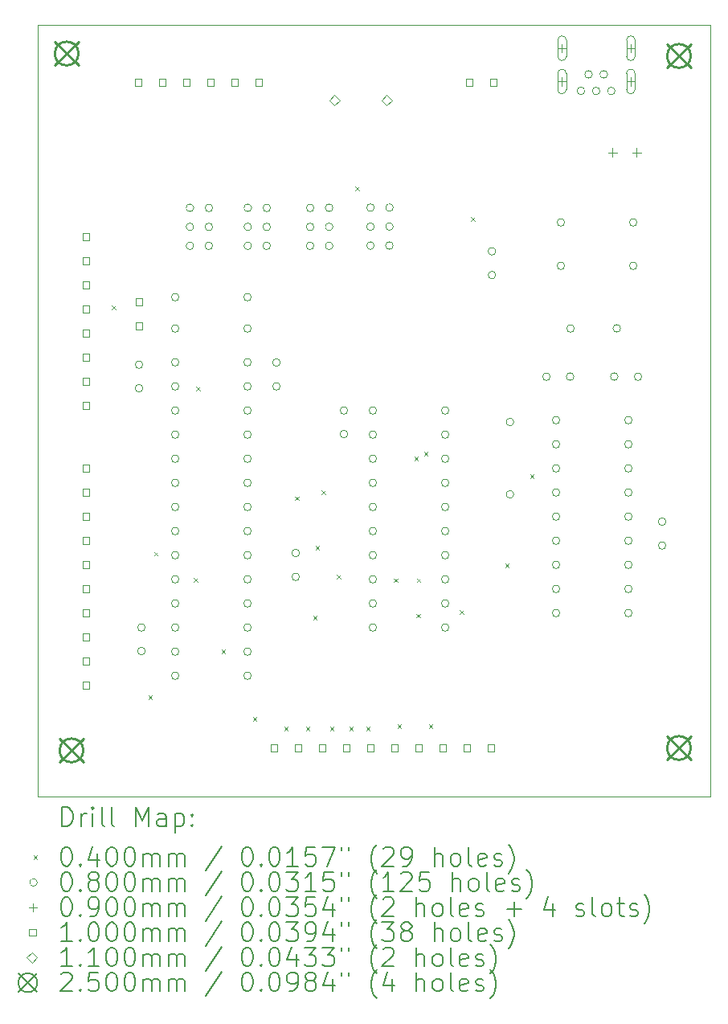
<source format=gbr>
%TF.GenerationSoftware,KiCad,Pcbnew,8.0.2*%
%TF.CreationDate,2024-05-01T23:32:07+01:00*%
%TF.ProjectId,PIC_QuickDevBoard,5049435f-5175-4696-936b-446576426f61,2.2*%
%TF.SameCoordinates,Original*%
%TF.FileFunction,Drillmap*%
%TF.FilePolarity,Positive*%
%FSLAX45Y45*%
G04 Gerber Fmt 4.5, Leading zero omitted, Abs format (unit mm)*
G04 Created by KiCad (PCBNEW 8.0.2) date 2024-05-01 23:32:07*
%MOMM*%
%LPD*%
G01*
G04 APERTURE LIST*
%ADD10C,0.100000*%
%ADD11C,0.200000*%
%ADD12C,0.110000*%
%ADD13C,0.250000*%
G04 APERTURE END LIST*
D10*
X6299200Y-3302000D02*
X13385800Y-3302000D01*
X13385800Y-11430000D01*
X6299200Y-11430000D01*
X6299200Y-3302000D01*
D11*
D10*
X7077901Y-6259007D02*
X7117901Y-6299007D01*
X7117901Y-6259007D02*
X7077901Y-6299007D01*
X7465000Y-10370000D02*
X7505000Y-10410000D01*
X7505000Y-10370000D02*
X7465000Y-10410000D01*
X7523800Y-8857300D02*
X7563800Y-8897300D01*
X7563800Y-8857300D02*
X7523800Y-8897300D01*
X7945000Y-9130000D02*
X7985000Y-9170000D01*
X7985000Y-9130000D02*
X7945000Y-9170000D01*
X7968300Y-7117400D02*
X8008300Y-7157400D01*
X8008300Y-7117400D02*
X7968300Y-7157400D01*
X8235000Y-9886000D02*
X8275000Y-9926000D01*
X8275000Y-9886000D02*
X8235000Y-9926000D01*
X8565200Y-10597200D02*
X8605200Y-10637200D01*
X8605200Y-10597200D02*
X8565200Y-10637200D01*
X8895400Y-10698800D02*
X8935400Y-10738800D01*
X8935400Y-10698800D02*
X8895400Y-10738800D01*
X9009700Y-8273100D02*
X9049700Y-8313100D01*
X9049700Y-8273100D02*
X9009700Y-8313100D01*
X9124000Y-10698800D02*
X9164000Y-10738800D01*
X9164000Y-10698800D02*
X9124000Y-10738800D01*
X9200200Y-9530400D02*
X9240200Y-9570400D01*
X9240200Y-9530400D02*
X9200200Y-9570400D01*
X9225600Y-8793800D02*
X9265600Y-8833800D01*
X9265600Y-8793800D02*
X9225600Y-8833800D01*
X9289100Y-8209600D02*
X9329100Y-8249600D01*
X9329100Y-8209600D02*
X9289100Y-8249600D01*
X9378000Y-10698800D02*
X9418000Y-10738800D01*
X9418000Y-10698800D02*
X9378000Y-10738800D01*
X9452950Y-9098600D02*
X9492950Y-9138600D01*
X9492950Y-9098600D02*
X9452950Y-9138600D01*
X9581200Y-10698800D02*
X9621200Y-10738800D01*
X9621200Y-10698800D02*
X9581200Y-10738800D01*
X9645000Y-5010000D02*
X9685000Y-5050000D01*
X9685000Y-5010000D02*
X9645000Y-5050000D01*
X9760250Y-10698800D02*
X9800250Y-10738800D01*
X9800250Y-10698800D02*
X9760250Y-10738800D01*
X10051100Y-9136700D02*
X10091100Y-9176700D01*
X10091100Y-9136700D02*
X10051100Y-9176700D01*
X10089200Y-10673400D02*
X10129200Y-10713400D01*
X10129200Y-10673400D02*
X10089200Y-10713400D01*
X10267000Y-7854000D02*
X10307000Y-7894000D01*
X10307000Y-7854000D02*
X10267000Y-7894000D01*
X10285315Y-9509685D02*
X10325315Y-9549685D01*
X10325315Y-9509685D02*
X10285315Y-9549685D01*
X10292400Y-9136700D02*
X10332400Y-9176700D01*
X10332400Y-9136700D02*
X10292400Y-9176700D01*
X10368600Y-7803200D02*
X10408600Y-7843200D01*
X10408600Y-7803200D02*
X10368600Y-7843200D01*
X10419400Y-10673400D02*
X10459400Y-10713400D01*
X10459400Y-10673400D02*
X10419400Y-10713400D01*
X10745000Y-9470000D02*
X10785000Y-9510000D01*
X10785000Y-9470000D02*
X10745000Y-9510000D01*
X10865000Y-5330000D02*
X10905000Y-5370000D01*
X10905000Y-5330000D02*
X10865000Y-5370000D01*
X11223372Y-8979521D02*
X11263372Y-9019521D01*
X11263372Y-8979521D02*
X11223372Y-9019521D01*
X11486200Y-8039000D02*
X11526200Y-8079000D01*
X11526200Y-8039000D02*
X11486200Y-8079000D01*
X7406000Y-6883400D02*
G75*
G02*
X7326000Y-6883400I-40000J0D01*
G01*
X7326000Y-6883400D02*
G75*
G02*
X7406000Y-6883400I40000J0D01*
G01*
X7406000Y-7133400D02*
G75*
G02*
X7326000Y-7133400I-40000J0D01*
G01*
X7326000Y-7133400D02*
G75*
G02*
X7406000Y-7133400I40000J0D01*
G01*
X7431400Y-9652000D02*
G75*
G02*
X7351400Y-9652000I-40000J0D01*
G01*
X7351400Y-9652000D02*
G75*
G02*
X7431400Y-9652000I40000J0D01*
G01*
X7431400Y-9902000D02*
G75*
G02*
X7351400Y-9902000I-40000J0D01*
G01*
X7351400Y-9902000D02*
G75*
G02*
X7431400Y-9902000I40000J0D01*
G01*
X7787000Y-6172200D02*
G75*
G02*
X7707000Y-6172200I-40000J0D01*
G01*
X7707000Y-6172200D02*
G75*
G02*
X7787000Y-6172200I40000J0D01*
G01*
X7787000Y-6502400D02*
G75*
G02*
X7707000Y-6502400I-40000J0D01*
G01*
X7707000Y-6502400D02*
G75*
G02*
X7787000Y-6502400I40000J0D01*
G01*
X7787000Y-6858000D02*
G75*
G02*
X7707000Y-6858000I-40000J0D01*
G01*
X7707000Y-6858000D02*
G75*
G02*
X7787000Y-6858000I40000J0D01*
G01*
X7787000Y-7112000D02*
G75*
G02*
X7707000Y-7112000I-40000J0D01*
G01*
X7707000Y-7112000D02*
G75*
G02*
X7787000Y-7112000I40000J0D01*
G01*
X7787000Y-7366000D02*
G75*
G02*
X7707000Y-7366000I-40000J0D01*
G01*
X7707000Y-7366000D02*
G75*
G02*
X7787000Y-7366000I40000J0D01*
G01*
X7787000Y-7620000D02*
G75*
G02*
X7707000Y-7620000I-40000J0D01*
G01*
X7707000Y-7620000D02*
G75*
G02*
X7787000Y-7620000I40000J0D01*
G01*
X7787000Y-7874000D02*
G75*
G02*
X7707000Y-7874000I-40000J0D01*
G01*
X7707000Y-7874000D02*
G75*
G02*
X7787000Y-7874000I40000J0D01*
G01*
X7787000Y-8128000D02*
G75*
G02*
X7707000Y-8128000I-40000J0D01*
G01*
X7707000Y-8128000D02*
G75*
G02*
X7787000Y-8128000I40000J0D01*
G01*
X7787000Y-8382000D02*
G75*
G02*
X7707000Y-8382000I-40000J0D01*
G01*
X7707000Y-8382000D02*
G75*
G02*
X7787000Y-8382000I40000J0D01*
G01*
X7787000Y-8636000D02*
G75*
G02*
X7707000Y-8636000I-40000J0D01*
G01*
X7707000Y-8636000D02*
G75*
G02*
X7787000Y-8636000I40000J0D01*
G01*
X7787000Y-8890000D02*
G75*
G02*
X7707000Y-8890000I-40000J0D01*
G01*
X7707000Y-8890000D02*
G75*
G02*
X7787000Y-8890000I40000J0D01*
G01*
X7787000Y-9144000D02*
G75*
G02*
X7707000Y-9144000I-40000J0D01*
G01*
X7707000Y-9144000D02*
G75*
G02*
X7787000Y-9144000I40000J0D01*
G01*
X7787000Y-9398000D02*
G75*
G02*
X7707000Y-9398000I-40000J0D01*
G01*
X7707000Y-9398000D02*
G75*
G02*
X7787000Y-9398000I40000J0D01*
G01*
X7787000Y-9652000D02*
G75*
G02*
X7707000Y-9652000I-40000J0D01*
G01*
X7707000Y-9652000D02*
G75*
G02*
X7787000Y-9652000I40000J0D01*
G01*
X7787000Y-9906000D02*
G75*
G02*
X7707000Y-9906000I-40000J0D01*
G01*
X7707000Y-9906000D02*
G75*
G02*
X7787000Y-9906000I40000J0D01*
G01*
X7787000Y-10160000D02*
G75*
G02*
X7707000Y-10160000I-40000J0D01*
G01*
X7707000Y-10160000D02*
G75*
G02*
X7787000Y-10160000I40000J0D01*
G01*
X7942600Y-5232400D02*
G75*
G02*
X7862600Y-5232400I-40000J0D01*
G01*
X7862600Y-5232400D02*
G75*
G02*
X7942600Y-5232400I40000J0D01*
G01*
X7942600Y-5432400D02*
G75*
G02*
X7862600Y-5432400I-40000J0D01*
G01*
X7862600Y-5432400D02*
G75*
G02*
X7942600Y-5432400I40000J0D01*
G01*
X7942600Y-5632400D02*
G75*
G02*
X7862600Y-5632400I-40000J0D01*
G01*
X7862600Y-5632400D02*
G75*
G02*
X7942600Y-5632400I40000J0D01*
G01*
X8142600Y-5232400D02*
G75*
G02*
X8062600Y-5232400I-40000J0D01*
G01*
X8062600Y-5232400D02*
G75*
G02*
X8142600Y-5232400I40000J0D01*
G01*
X8142600Y-5432400D02*
G75*
G02*
X8062600Y-5432400I-40000J0D01*
G01*
X8062600Y-5432400D02*
G75*
G02*
X8142600Y-5432400I40000J0D01*
G01*
X8142600Y-5632400D02*
G75*
G02*
X8062600Y-5632400I-40000J0D01*
G01*
X8062600Y-5632400D02*
G75*
G02*
X8142600Y-5632400I40000J0D01*
G01*
X8549000Y-6172200D02*
G75*
G02*
X8469000Y-6172200I-40000J0D01*
G01*
X8469000Y-6172200D02*
G75*
G02*
X8549000Y-6172200I40000J0D01*
G01*
X8549000Y-6502400D02*
G75*
G02*
X8469000Y-6502400I-40000J0D01*
G01*
X8469000Y-6502400D02*
G75*
G02*
X8549000Y-6502400I40000J0D01*
G01*
X8549000Y-6858000D02*
G75*
G02*
X8469000Y-6858000I-40000J0D01*
G01*
X8469000Y-6858000D02*
G75*
G02*
X8549000Y-6858000I40000J0D01*
G01*
X8549000Y-7112000D02*
G75*
G02*
X8469000Y-7112000I-40000J0D01*
G01*
X8469000Y-7112000D02*
G75*
G02*
X8549000Y-7112000I40000J0D01*
G01*
X8549000Y-7366000D02*
G75*
G02*
X8469000Y-7366000I-40000J0D01*
G01*
X8469000Y-7366000D02*
G75*
G02*
X8549000Y-7366000I40000J0D01*
G01*
X8549000Y-7620000D02*
G75*
G02*
X8469000Y-7620000I-40000J0D01*
G01*
X8469000Y-7620000D02*
G75*
G02*
X8549000Y-7620000I40000J0D01*
G01*
X8549000Y-7874000D02*
G75*
G02*
X8469000Y-7874000I-40000J0D01*
G01*
X8469000Y-7874000D02*
G75*
G02*
X8549000Y-7874000I40000J0D01*
G01*
X8549000Y-8128000D02*
G75*
G02*
X8469000Y-8128000I-40000J0D01*
G01*
X8469000Y-8128000D02*
G75*
G02*
X8549000Y-8128000I40000J0D01*
G01*
X8549000Y-8382000D02*
G75*
G02*
X8469000Y-8382000I-40000J0D01*
G01*
X8469000Y-8382000D02*
G75*
G02*
X8549000Y-8382000I40000J0D01*
G01*
X8549000Y-8636000D02*
G75*
G02*
X8469000Y-8636000I-40000J0D01*
G01*
X8469000Y-8636000D02*
G75*
G02*
X8549000Y-8636000I40000J0D01*
G01*
X8549000Y-8890000D02*
G75*
G02*
X8469000Y-8890000I-40000J0D01*
G01*
X8469000Y-8890000D02*
G75*
G02*
X8549000Y-8890000I40000J0D01*
G01*
X8549000Y-9144000D02*
G75*
G02*
X8469000Y-9144000I-40000J0D01*
G01*
X8469000Y-9144000D02*
G75*
G02*
X8549000Y-9144000I40000J0D01*
G01*
X8549000Y-9398000D02*
G75*
G02*
X8469000Y-9398000I-40000J0D01*
G01*
X8469000Y-9398000D02*
G75*
G02*
X8549000Y-9398000I40000J0D01*
G01*
X8549000Y-9652000D02*
G75*
G02*
X8469000Y-9652000I-40000J0D01*
G01*
X8469000Y-9652000D02*
G75*
G02*
X8549000Y-9652000I40000J0D01*
G01*
X8549000Y-9906000D02*
G75*
G02*
X8469000Y-9906000I-40000J0D01*
G01*
X8469000Y-9906000D02*
G75*
G02*
X8549000Y-9906000I40000J0D01*
G01*
X8549000Y-10160000D02*
G75*
G02*
X8469000Y-10160000I-40000J0D01*
G01*
X8469000Y-10160000D02*
G75*
G02*
X8549000Y-10160000I40000J0D01*
G01*
X8552200Y-5232400D02*
G75*
G02*
X8472200Y-5232400I-40000J0D01*
G01*
X8472200Y-5232400D02*
G75*
G02*
X8552200Y-5232400I40000J0D01*
G01*
X8552200Y-5432400D02*
G75*
G02*
X8472200Y-5432400I-40000J0D01*
G01*
X8472200Y-5432400D02*
G75*
G02*
X8552200Y-5432400I40000J0D01*
G01*
X8552200Y-5632400D02*
G75*
G02*
X8472200Y-5632400I-40000J0D01*
G01*
X8472200Y-5632400D02*
G75*
G02*
X8552200Y-5632400I40000J0D01*
G01*
X8752200Y-5232400D02*
G75*
G02*
X8672200Y-5232400I-40000J0D01*
G01*
X8672200Y-5232400D02*
G75*
G02*
X8752200Y-5232400I40000J0D01*
G01*
X8752200Y-5432400D02*
G75*
G02*
X8672200Y-5432400I-40000J0D01*
G01*
X8672200Y-5432400D02*
G75*
G02*
X8752200Y-5432400I40000J0D01*
G01*
X8752200Y-5632400D02*
G75*
G02*
X8672200Y-5632400I-40000J0D01*
G01*
X8672200Y-5632400D02*
G75*
G02*
X8752200Y-5632400I40000J0D01*
G01*
X8853800Y-6862000D02*
G75*
G02*
X8773800Y-6862000I-40000J0D01*
G01*
X8773800Y-6862000D02*
G75*
G02*
X8853800Y-6862000I40000J0D01*
G01*
X8853800Y-7112000D02*
G75*
G02*
X8773800Y-7112000I-40000J0D01*
G01*
X8773800Y-7112000D02*
G75*
G02*
X8853800Y-7112000I40000J0D01*
G01*
X9057000Y-8868714D02*
G75*
G02*
X8977000Y-8868714I-40000J0D01*
G01*
X8977000Y-8868714D02*
G75*
G02*
X9057000Y-8868714I40000J0D01*
G01*
X9057000Y-9118714D02*
G75*
G02*
X8977000Y-9118714I-40000J0D01*
G01*
X8977000Y-9118714D02*
G75*
G02*
X9057000Y-9118714I40000J0D01*
G01*
X9209400Y-5232400D02*
G75*
G02*
X9129400Y-5232400I-40000J0D01*
G01*
X9129400Y-5232400D02*
G75*
G02*
X9209400Y-5232400I40000J0D01*
G01*
X9209400Y-5432400D02*
G75*
G02*
X9129400Y-5432400I-40000J0D01*
G01*
X9129400Y-5432400D02*
G75*
G02*
X9209400Y-5432400I40000J0D01*
G01*
X9209400Y-5632400D02*
G75*
G02*
X9129400Y-5632400I-40000J0D01*
G01*
X9129400Y-5632400D02*
G75*
G02*
X9209400Y-5632400I40000J0D01*
G01*
X9409400Y-5232400D02*
G75*
G02*
X9329400Y-5232400I-40000J0D01*
G01*
X9329400Y-5232400D02*
G75*
G02*
X9409400Y-5232400I40000J0D01*
G01*
X9409400Y-5432400D02*
G75*
G02*
X9329400Y-5432400I-40000J0D01*
G01*
X9329400Y-5432400D02*
G75*
G02*
X9409400Y-5432400I40000J0D01*
G01*
X9409400Y-5632400D02*
G75*
G02*
X9329400Y-5632400I-40000J0D01*
G01*
X9329400Y-5632400D02*
G75*
G02*
X9409400Y-5632400I40000J0D01*
G01*
X9565000Y-7366000D02*
G75*
G02*
X9485000Y-7366000I-40000J0D01*
G01*
X9485000Y-7366000D02*
G75*
G02*
X9565000Y-7366000I40000J0D01*
G01*
X9565000Y-7616000D02*
G75*
G02*
X9485000Y-7616000I-40000J0D01*
G01*
X9485000Y-7616000D02*
G75*
G02*
X9565000Y-7616000I40000J0D01*
G01*
X9845000Y-5230000D02*
G75*
G02*
X9765000Y-5230000I-40000J0D01*
G01*
X9765000Y-5230000D02*
G75*
G02*
X9845000Y-5230000I40000J0D01*
G01*
X9845000Y-5430000D02*
G75*
G02*
X9765000Y-5430000I-40000J0D01*
G01*
X9765000Y-5430000D02*
G75*
G02*
X9845000Y-5430000I40000J0D01*
G01*
X9845000Y-5630000D02*
G75*
G02*
X9765000Y-5630000I-40000J0D01*
G01*
X9765000Y-5630000D02*
G75*
G02*
X9845000Y-5630000I40000J0D01*
G01*
X9869800Y-7366000D02*
G75*
G02*
X9789800Y-7366000I-40000J0D01*
G01*
X9789800Y-7366000D02*
G75*
G02*
X9869800Y-7366000I40000J0D01*
G01*
X9869800Y-7620000D02*
G75*
G02*
X9789800Y-7620000I-40000J0D01*
G01*
X9789800Y-7620000D02*
G75*
G02*
X9869800Y-7620000I40000J0D01*
G01*
X9869800Y-7874000D02*
G75*
G02*
X9789800Y-7874000I-40000J0D01*
G01*
X9789800Y-7874000D02*
G75*
G02*
X9869800Y-7874000I40000J0D01*
G01*
X9869800Y-8128000D02*
G75*
G02*
X9789800Y-8128000I-40000J0D01*
G01*
X9789800Y-8128000D02*
G75*
G02*
X9869800Y-8128000I40000J0D01*
G01*
X9869800Y-8382000D02*
G75*
G02*
X9789800Y-8382000I-40000J0D01*
G01*
X9789800Y-8382000D02*
G75*
G02*
X9869800Y-8382000I40000J0D01*
G01*
X9869800Y-8636000D02*
G75*
G02*
X9789800Y-8636000I-40000J0D01*
G01*
X9789800Y-8636000D02*
G75*
G02*
X9869800Y-8636000I40000J0D01*
G01*
X9869800Y-8890000D02*
G75*
G02*
X9789800Y-8890000I-40000J0D01*
G01*
X9789800Y-8890000D02*
G75*
G02*
X9869800Y-8890000I40000J0D01*
G01*
X9869800Y-9144000D02*
G75*
G02*
X9789800Y-9144000I-40000J0D01*
G01*
X9789800Y-9144000D02*
G75*
G02*
X9869800Y-9144000I40000J0D01*
G01*
X9869800Y-9398000D02*
G75*
G02*
X9789800Y-9398000I-40000J0D01*
G01*
X9789800Y-9398000D02*
G75*
G02*
X9869800Y-9398000I40000J0D01*
G01*
X9869800Y-9652000D02*
G75*
G02*
X9789800Y-9652000I-40000J0D01*
G01*
X9789800Y-9652000D02*
G75*
G02*
X9869800Y-9652000I40000J0D01*
G01*
X10045000Y-5230000D02*
G75*
G02*
X9965000Y-5230000I-40000J0D01*
G01*
X9965000Y-5230000D02*
G75*
G02*
X10045000Y-5230000I40000J0D01*
G01*
X10045000Y-5430000D02*
G75*
G02*
X9965000Y-5430000I-40000J0D01*
G01*
X9965000Y-5430000D02*
G75*
G02*
X10045000Y-5430000I40000J0D01*
G01*
X10045000Y-5630000D02*
G75*
G02*
X9965000Y-5630000I-40000J0D01*
G01*
X9965000Y-5630000D02*
G75*
G02*
X10045000Y-5630000I40000J0D01*
G01*
X10631800Y-7366000D02*
G75*
G02*
X10551800Y-7366000I-40000J0D01*
G01*
X10551800Y-7366000D02*
G75*
G02*
X10631800Y-7366000I40000J0D01*
G01*
X10631800Y-7620000D02*
G75*
G02*
X10551800Y-7620000I-40000J0D01*
G01*
X10551800Y-7620000D02*
G75*
G02*
X10631800Y-7620000I40000J0D01*
G01*
X10631800Y-7874000D02*
G75*
G02*
X10551800Y-7874000I-40000J0D01*
G01*
X10551800Y-7874000D02*
G75*
G02*
X10631800Y-7874000I40000J0D01*
G01*
X10631800Y-8128000D02*
G75*
G02*
X10551800Y-8128000I-40000J0D01*
G01*
X10551800Y-8128000D02*
G75*
G02*
X10631800Y-8128000I40000J0D01*
G01*
X10631800Y-8382000D02*
G75*
G02*
X10551800Y-8382000I-40000J0D01*
G01*
X10551800Y-8382000D02*
G75*
G02*
X10631800Y-8382000I40000J0D01*
G01*
X10631800Y-8636000D02*
G75*
G02*
X10551800Y-8636000I-40000J0D01*
G01*
X10551800Y-8636000D02*
G75*
G02*
X10631800Y-8636000I40000J0D01*
G01*
X10631800Y-8890000D02*
G75*
G02*
X10551800Y-8890000I-40000J0D01*
G01*
X10551800Y-8890000D02*
G75*
G02*
X10631800Y-8890000I40000J0D01*
G01*
X10631800Y-9144000D02*
G75*
G02*
X10551800Y-9144000I-40000J0D01*
G01*
X10551800Y-9144000D02*
G75*
G02*
X10631800Y-9144000I40000J0D01*
G01*
X10631800Y-9398000D02*
G75*
G02*
X10551800Y-9398000I-40000J0D01*
G01*
X10551800Y-9398000D02*
G75*
G02*
X10631800Y-9398000I40000J0D01*
G01*
X10631800Y-9652000D02*
G75*
G02*
X10551800Y-9652000I-40000J0D01*
G01*
X10551800Y-9652000D02*
G75*
G02*
X10631800Y-9652000I40000J0D01*
G01*
X11125000Y-5690000D02*
G75*
G02*
X11045000Y-5690000I-40000J0D01*
G01*
X11045000Y-5690000D02*
G75*
G02*
X11125000Y-5690000I40000J0D01*
G01*
X11125000Y-5940000D02*
G75*
G02*
X11045000Y-5940000I-40000J0D01*
G01*
X11045000Y-5940000D02*
G75*
G02*
X11125000Y-5940000I40000J0D01*
G01*
X11315000Y-7488000D02*
G75*
G02*
X11235000Y-7488000I-40000J0D01*
G01*
X11235000Y-7488000D02*
G75*
G02*
X11315000Y-7488000I40000J0D01*
G01*
X11315000Y-8250000D02*
G75*
G02*
X11235000Y-8250000I-40000J0D01*
G01*
X11235000Y-8250000D02*
G75*
G02*
X11315000Y-8250000I40000J0D01*
G01*
X11698600Y-7010400D02*
G75*
G02*
X11618600Y-7010400I-40000J0D01*
G01*
X11618600Y-7010400D02*
G75*
G02*
X11698600Y-7010400I40000J0D01*
G01*
X11800200Y-7467600D02*
G75*
G02*
X11720200Y-7467600I-40000J0D01*
G01*
X11720200Y-7467600D02*
G75*
G02*
X11800200Y-7467600I40000J0D01*
G01*
X11800200Y-7721600D02*
G75*
G02*
X11720200Y-7721600I-40000J0D01*
G01*
X11720200Y-7721600D02*
G75*
G02*
X11800200Y-7721600I40000J0D01*
G01*
X11800200Y-7975600D02*
G75*
G02*
X11720200Y-7975600I-40000J0D01*
G01*
X11720200Y-7975600D02*
G75*
G02*
X11800200Y-7975600I40000J0D01*
G01*
X11800200Y-8229600D02*
G75*
G02*
X11720200Y-8229600I-40000J0D01*
G01*
X11720200Y-8229600D02*
G75*
G02*
X11800200Y-8229600I40000J0D01*
G01*
X11800200Y-8483600D02*
G75*
G02*
X11720200Y-8483600I-40000J0D01*
G01*
X11720200Y-8483600D02*
G75*
G02*
X11800200Y-8483600I40000J0D01*
G01*
X11800200Y-8737600D02*
G75*
G02*
X11720200Y-8737600I-40000J0D01*
G01*
X11720200Y-8737600D02*
G75*
G02*
X11800200Y-8737600I40000J0D01*
G01*
X11800200Y-8991600D02*
G75*
G02*
X11720200Y-8991600I-40000J0D01*
G01*
X11720200Y-8991600D02*
G75*
G02*
X11800200Y-8991600I40000J0D01*
G01*
X11800200Y-9245600D02*
G75*
G02*
X11720200Y-9245600I-40000J0D01*
G01*
X11720200Y-9245600D02*
G75*
G02*
X11800200Y-9245600I40000J0D01*
G01*
X11800200Y-9499600D02*
G75*
G02*
X11720200Y-9499600I-40000J0D01*
G01*
X11720200Y-9499600D02*
G75*
G02*
X11800200Y-9499600I40000J0D01*
G01*
X11851000Y-5384800D02*
G75*
G02*
X11771000Y-5384800I-40000J0D01*
G01*
X11771000Y-5384800D02*
G75*
G02*
X11851000Y-5384800I40000J0D01*
G01*
X11851000Y-5842000D02*
G75*
G02*
X11771000Y-5842000I-40000J0D01*
G01*
X11771000Y-5842000D02*
G75*
G02*
X11851000Y-5842000I40000J0D01*
G01*
X11948600Y-7010400D02*
G75*
G02*
X11868600Y-7010400I-40000J0D01*
G01*
X11868600Y-7010400D02*
G75*
G02*
X11948600Y-7010400I40000J0D01*
G01*
X11952600Y-6502400D02*
G75*
G02*
X11872600Y-6502400I-40000J0D01*
G01*
X11872600Y-6502400D02*
G75*
G02*
X11952600Y-6502400I40000J0D01*
G01*
X12062600Y-4001200D02*
G75*
G02*
X11982600Y-4001200I-40000J0D01*
G01*
X11982600Y-4001200D02*
G75*
G02*
X12062600Y-4001200I40000J0D01*
G01*
X12142600Y-3826200D02*
G75*
G02*
X12062600Y-3826200I-40000J0D01*
G01*
X12062600Y-3826200D02*
G75*
G02*
X12142600Y-3826200I40000J0D01*
G01*
X12222600Y-4001200D02*
G75*
G02*
X12142600Y-4001200I-40000J0D01*
G01*
X12142600Y-4001200D02*
G75*
G02*
X12222600Y-4001200I40000J0D01*
G01*
X12302600Y-3826200D02*
G75*
G02*
X12222600Y-3826200I-40000J0D01*
G01*
X12222600Y-3826200D02*
G75*
G02*
X12302600Y-3826200I40000J0D01*
G01*
X12382600Y-4001200D02*
G75*
G02*
X12302600Y-4001200I-40000J0D01*
G01*
X12302600Y-4001200D02*
G75*
G02*
X12382600Y-4001200I40000J0D01*
G01*
X12413800Y-7010400D02*
G75*
G02*
X12333800Y-7010400I-40000J0D01*
G01*
X12333800Y-7010400D02*
G75*
G02*
X12413800Y-7010400I40000J0D01*
G01*
X12440600Y-6502400D02*
G75*
G02*
X12360600Y-6502400I-40000J0D01*
G01*
X12360600Y-6502400D02*
G75*
G02*
X12440600Y-6502400I40000J0D01*
G01*
X12562200Y-7467600D02*
G75*
G02*
X12482200Y-7467600I-40000J0D01*
G01*
X12482200Y-7467600D02*
G75*
G02*
X12562200Y-7467600I40000J0D01*
G01*
X12562200Y-7721600D02*
G75*
G02*
X12482200Y-7721600I-40000J0D01*
G01*
X12482200Y-7721600D02*
G75*
G02*
X12562200Y-7721600I40000J0D01*
G01*
X12562200Y-7975600D02*
G75*
G02*
X12482200Y-7975600I-40000J0D01*
G01*
X12482200Y-7975600D02*
G75*
G02*
X12562200Y-7975600I40000J0D01*
G01*
X12562200Y-8229600D02*
G75*
G02*
X12482200Y-8229600I-40000J0D01*
G01*
X12482200Y-8229600D02*
G75*
G02*
X12562200Y-8229600I40000J0D01*
G01*
X12562200Y-8483600D02*
G75*
G02*
X12482200Y-8483600I-40000J0D01*
G01*
X12482200Y-8483600D02*
G75*
G02*
X12562200Y-8483600I40000J0D01*
G01*
X12562200Y-8737600D02*
G75*
G02*
X12482200Y-8737600I-40000J0D01*
G01*
X12482200Y-8737600D02*
G75*
G02*
X12562200Y-8737600I40000J0D01*
G01*
X12562200Y-8991600D02*
G75*
G02*
X12482200Y-8991600I-40000J0D01*
G01*
X12482200Y-8991600D02*
G75*
G02*
X12562200Y-8991600I40000J0D01*
G01*
X12562200Y-9245600D02*
G75*
G02*
X12482200Y-9245600I-40000J0D01*
G01*
X12482200Y-9245600D02*
G75*
G02*
X12562200Y-9245600I40000J0D01*
G01*
X12562200Y-9499600D02*
G75*
G02*
X12482200Y-9499600I-40000J0D01*
G01*
X12482200Y-9499600D02*
G75*
G02*
X12562200Y-9499600I40000J0D01*
G01*
X12613000Y-5384800D02*
G75*
G02*
X12533000Y-5384800I-40000J0D01*
G01*
X12533000Y-5384800D02*
G75*
G02*
X12613000Y-5384800I40000J0D01*
G01*
X12613000Y-5842000D02*
G75*
G02*
X12533000Y-5842000I-40000J0D01*
G01*
X12533000Y-5842000D02*
G75*
G02*
X12613000Y-5842000I40000J0D01*
G01*
X12663800Y-7010400D02*
G75*
G02*
X12583800Y-7010400I-40000J0D01*
G01*
X12583800Y-7010400D02*
G75*
G02*
X12663800Y-7010400I40000J0D01*
G01*
X12917800Y-8538400D02*
G75*
G02*
X12837800Y-8538400I-40000J0D01*
G01*
X12837800Y-8538400D02*
G75*
G02*
X12917800Y-8538400I40000J0D01*
G01*
X12917800Y-8788400D02*
G75*
G02*
X12837800Y-8788400I-40000J0D01*
G01*
X12837800Y-8788400D02*
G75*
G02*
X12917800Y-8788400I40000J0D01*
G01*
X11822600Y-3506200D02*
X11822600Y-3596200D01*
X11777600Y-3551200D02*
X11867600Y-3551200D01*
X11777600Y-3466200D02*
X11777600Y-3636200D01*
X11867600Y-3636200D02*
G75*
G02*
X11777600Y-3636200I-45000J0D01*
G01*
X11867600Y-3636200D02*
X11867600Y-3466200D01*
X11867600Y-3466200D02*
G75*
G03*
X11777600Y-3466200I-45000J0D01*
G01*
X11822600Y-3856200D02*
X11822600Y-3946200D01*
X11777600Y-3901200D02*
X11867600Y-3901200D01*
X11777600Y-3816200D02*
X11777600Y-3986200D01*
X11867600Y-3986200D02*
G75*
G02*
X11777600Y-3986200I-45000J0D01*
G01*
X11867600Y-3986200D02*
X11867600Y-3816200D01*
X11867600Y-3816200D02*
G75*
G03*
X11777600Y-3816200I-45000J0D01*
G01*
X12356600Y-4603200D02*
X12356600Y-4693200D01*
X12311600Y-4648200D02*
X12401600Y-4648200D01*
X12547600Y-3506200D02*
X12547600Y-3596200D01*
X12502600Y-3551200D02*
X12592600Y-3551200D01*
X12502600Y-3466200D02*
X12502600Y-3636200D01*
X12592600Y-3636200D02*
G75*
G02*
X12502600Y-3636200I-45000J0D01*
G01*
X12592600Y-3636200D02*
X12592600Y-3466200D01*
X12592600Y-3466200D02*
G75*
G03*
X12502600Y-3466200I-45000J0D01*
G01*
X12547600Y-3856200D02*
X12547600Y-3946200D01*
X12502600Y-3901200D02*
X12592600Y-3901200D01*
X12502600Y-3816200D02*
X12502600Y-3986200D01*
X12592600Y-3986200D02*
G75*
G02*
X12502600Y-3986200I-45000J0D01*
G01*
X12592600Y-3986200D02*
X12592600Y-3816200D01*
X12592600Y-3816200D02*
G75*
G03*
X12502600Y-3816200I-45000J0D01*
G01*
X12610600Y-4603200D02*
X12610600Y-4693200D01*
X12565600Y-4648200D02*
X12655600Y-4648200D01*
X6842556Y-5572556D02*
X6842556Y-5501844D01*
X6771844Y-5501844D01*
X6771844Y-5572556D01*
X6842556Y-5572556D01*
X6842556Y-5826556D02*
X6842556Y-5755844D01*
X6771844Y-5755844D01*
X6771844Y-5826556D01*
X6842556Y-5826556D01*
X6842556Y-6080556D02*
X6842556Y-6009844D01*
X6771844Y-6009844D01*
X6771844Y-6080556D01*
X6842556Y-6080556D01*
X6842556Y-6334556D02*
X6842556Y-6263844D01*
X6771844Y-6263844D01*
X6771844Y-6334556D01*
X6842556Y-6334556D01*
X6842556Y-6588556D02*
X6842556Y-6517844D01*
X6771844Y-6517844D01*
X6771844Y-6588556D01*
X6842556Y-6588556D01*
X6842556Y-6842556D02*
X6842556Y-6771844D01*
X6771844Y-6771844D01*
X6771844Y-6842556D01*
X6842556Y-6842556D01*
X6842556Y-7096556D02*
X6842556Y-7025844D01*
X6771844Y-7025844D01*
X6771844Y-7096556D01*
X6842556Y-7096556D01*
X6842556Y-7350556D02*
X6842556Y-7279844D01*
X6771844Y-7279844D01*
X6771844Y-7350556D01*
X6842556Y-7350556D01*
X6842556Y-8010956D02*
X6842556Y-7940244D01*
X6771844Y-7940244D01*
X6771844Y-8010956D01*
X6842556Y-8010956D01*
X6842556Y-8264956D02*
X6842556Y-8194244D01*
X6771844Y-8194244D01*
X6771844Y-8264956D01*
X6842556Y-8264956D01*
X6842556Y-8518956D02*
X6842556Y-8448244D01*
X6771844Y-8448244D01*
X6771844Y-8518956D01*
X6842556Y-8518956D01*
X6842556Y-8772956D02*
X6842556Y-8702244D01*
X6771844Y-8702244D01*
X6771844Y-8772956D01*
X6842556Y-8772956D01*
X6842556Y-9026956D02*
X6842556Y-8956244D01*
X6771844Y-8956244D01*
X6771844Y-9026956D01*
X6842556Y-9026956D01*
X6842556Y-9280956D02*
X6842556Y-9210244D01*
X6771844Y-9210244D01*
X6771844Y-9280956D01*
X6842556Y-9280956D01*
X6842556Y-9534956D02*
X6842556Y-9464244D01*
X6771844Y-9464244D01*
X6771844Y-9534956D01*
X6842556Y-9534956D01*
X6842556Y-9788956D02*
X6842556Y-9718244D01*
X6771844Y-9718244D01*
X6771844Y-9788956D01*
X6842556Y-9788956D01*
X6842556Y-10042956D02*
X6842556Y-9972244D01*
X6771844Y-9972244D01*
X6771844Y-10042956D01*
X6842556Y-10042956D01*
X6842556Y-10296956D02*
X6842556Y-10226244D01*
X6771844Y-10226244D01*
X6771844Y-10296956D01*
X6842556Y-10296956D01*
X7390356Y-3945356D02*
X7390356Y-3874644D01*
X7319644Y-3874644D01*
X7319644Y-3945356D01*
X7390356Y-3945356D01*
X7401356Y-6258356D02*
X7401356Y-6187644D01*
X7330644Y-6187644D01*
X7330644Y-6258356D01*
X7401356Y-6258356D01*
X7401356Y-6512356D02*
X7401356Y-6441644D01*
X7330644Y-6441644D01*
X7330644Y-6512356D01*
X7401356Y-6512356D01*
X7644356Y-3945356D02*
X7644356Y-3874644D01*
X7573644Y-3874644D01*
X7573644Y-3945356D01*
X7644356Y-3945356D01*
X7898356Y-3945356D02*
X7898356Y-3874644D01*
X7827644Y-3874644D01*
X7827644Y-3945356D01*
X7898356Y-3945356D01*
X8152356Y-3945356D02*
X8152356Y-3874644D01*
X8081644Y-3874644D01*
X8081644Y-3945356D01*
X8152356Y-3945356D01*
X8406356Y-3945356D02*
X8406356Y-3874644D01*
X8335644Y-3874644D01*
X8335644Y-3945356D01*
X8406356Y-3945356D01*
X8660356Y-3945356D02*
X8660356Y-3874644D01*
X8589644Y-3874644D01*
X8589644Y-3945356D01*
X8660356Y-3945356D01*
X8823756Y-10957356D02*
X8823756Y-10886644D01*
X8753044Y-10886644D01*
X8753044Y-10957356D01*
X8823756Y-10957356D01*
X9077756Y-10957356D02*
X9077756Y-10886644D01*
X9007044Y-10886644D01*
X9007044Y-10957356D01*
X9077756Y-10957356D01*
X9331756Y-10957356D02*
X9331756Y-10886644D01*
X9261044Y-10886644D01*
X9261044Y-10957356D01*
X9331756Y-10957356D01*
X9585756Y-10957356D02*
X9585756Y-10886644D01*
X9515044Y-10886644D01*
X9515044Y-10957356D01*
X9585756Y-10957356D01*
X9839756Y-10957356D02*
X9839756Y-10886644D01*
X9769044Y-10886644D01*
X9769044Y-10957356D01*
X9839756Y-10957356D01*
X10093756Y-10957356D02*
X10093756Y-10886644D01*
X10023044Y-10886644D01*
X10023044Y-10957356D01*
X10093756Y-10957356D01*
X10347756Y-10957356D02*
X10347756Y-10886644D01*
X10277044Y-10886644D01*
X10277044Y-10957356D01*
X10347756Y-10957356D01*
X10601756Y-10957356D02*
X10601756Y-10886644D01*
X10531044Y-10886644D01*
X10531044Y-10957356D01*
X10601756Y-10957356D01*
X10855756Y-10957356D02*
X10855756Y-10886644D01*
X10785044Y-10886644D01*
X10785044Y-10957356D01*
X10855756Y-10957356D01*
X10881156Y-3946956D02*
X10881156Y-3876244D01*
X10810444Y-3876244D01*
X10810444Y-3946956D01*
X10881156Y-3946956D01*
X11109756Y-10957356D02*
X11109756Y-10886644D01*
X11039044Y-10886644D01*
X11039044Y-10957356D01*
X11109756Y-10957356D01*
X11135156Y-3946956D02*
X11135156Y-3876244D01*
X11064444Y-3876244D01*
X11064444Y-3946956D01*
X11135156Y-3946956D01*
D12*
X9425000Y-4155000D02*
X9480000Y-4100000D01*
X9425000Y-4045000D01*
X9370000Y-4100000D01*
X9425000Y-4155000D01*
X9975000Y-4155000D02*
X10030000Y-4100000D01*
X9975000Y-4045000D01*
X9920000Y-4100000D01*
X9975000Y-4155000D01*
D13*
X6479000Y-3481800D02*
X6729000Y-3731800D01*
X6729000Y-3481800D02*
X6479000Y-3731800D01*
X6729000Y-3606800D02*
G75*
G02*
X6479000Y-3606800I-125000J0D01*
G01*
X6479000Y-3606800D02*
G75*
G02*
X6729000Y-3606800I125000J0D01*
G01*
X6529800Y-10822400D02*
X6779800Y-11072400D01*
X6779800Y-10822400D02*
X6529800Y-11072400D01*
X6779800Y-10947400D02*
G75*
G02*
X6529800Y-10947400I-125000J0D01*
G01*
X6529800Y-10947400D02*
G75*
G02*
X6779800Y-10947400I125000J0D01*
G01*
X12930600Y-3507200D02*
X13180600Y-3757200D01*
X13180600Y-3507200D02*
X12930600Y-3757200D01*
X13180600Y-3632200D02*
G75*
G02*
X12930600Y-3632200I-125000J0D01*
G01*
X12930600Y-3632200D02*
G75*
G02*
X13180600Y-3632200I125000J0D01*
G01*
X12930600Y-10797000D02*
X13180600Y-11047000D01*
X13180600Y-10797000D02*
X12930600Y-11047000D01*
X13180600Y-10922000D02*
G75*
G02*
X12930600Y-10922000I-125000J0D01*
G01*
X12930600Y-10922000D02*
G75*
G02*
X13180600Y-10922000I125000J0D01*
G01*
D11*
X6554977Y-11746484D02*
X6554977Y-11546484D01*
X6554977Y-11546484D02*
X6602596Y-11546484D01*
X6602596Y-11546484D02*
X6631167Y-11556008D01*
X6631167Y-11556008D02*
X6650215Y-11575055D01*
X6650215Y-11575055D02*
X6659739Y-11594103D01*
X6659739Y-11594103D02*
X6669262Y-11632198D01*
X6669262Y-11632198D02*
X6669262Y-11660769D01*
X6669262Y-11660769D02*
X6659739Y-11698865D01*
X6659739Y-11698865D02*
X6650215Y-11717912D01*
X6650215Y-11717912D02*
X6631167Y-11736960D01*
X6631167Y-11736960D02*
X6602596Y-11746484D01*
X6602596Y-11746484D02*
X6554977Y-11746484D01*
X6754977Y-11746484D02*
X6754977Y-11613150D01*
X6754977Y-11651246D02*
X6764501Y-11632198D01*
X6764501Y-11632198D02*
X6774024Y-11622674D01*
X6774024Y-11622674D02*
X6793072Y-11613150D01*
X6793072Y-11613150D02*
X6812120Y-11613150D01*
X6878786Y-11746484D02*
X6878786Y-11613150D01*
X6878786Y-11546484D02*
X6869262Y-11556008D01*
X6869262Y-11556008D02*
X6878786Y-11565531D01*
X6878786Y-11565531D02*
X6888310Y-11556008D01*
X6888310Y-11556008D02*
X6878786Y-11546484D01*
X6878786Y-11546484D02*
X6878786Y-11565531D01*
X7002596Y-11746484D02*
X6983548Y-11736960D01*
X6983548Y-11736960D02*
X6974024Y-11717912D01*
X6974024Y-11717912D02*
X6974024Y-11546484D01*
X7107358Y-11746484D02*
X7088310Y-11736960D01*
X7088310Y-11736960D02*
X7078786Y-11717912D01*
X7078786Y-11717912D02*
X7078786Y-11546484D01*
X7335929Y-11746484D02*
X7335929Y-11546484D01*
X7335929Y-11546484D02*
X7402596Y-11689341D01*
X7402596Y-11689341D02*
X7469262Y-11546484D01*
X7469262Y-11546484D02*
X7469262Y-11746484D01*
X7650215Y-11746484D02*
X7650215Y-11641722D01*
X7650215Y-11641722D02*
X7640691Y-11622674D01*
X7640691Y-11622674D02*
X7621643Y-11613150D01*
X7621643Y-11613150D02*
X7583548Y-11613150D01*
X7583548Y-11613150D02*
X7564501Y-11622674D01*
X7650215Y-11736960D02*
X7631167Y-11746484D01*
X7631167Y-11746484D02*
X7583548Y-11746484D01*
X7583548Y-11746484D02*
X7564501Y-11736960D01*
X7564501Y-11736960D02*
X7554977Y-11717912D01*
X7554977Y-11717912D02*
X7554977Y-11698865D01*
X7554977Y-11698865D02*
X7564501Y-11679817D01*
X7564501Y-11679817D02*
X7583548Y-11670293D01*
X7583548Y-11670293D02*
X7631167Y-11670293D01*
X7631167Y-11670293D02*
X7650215Y-11660769D01*
X7745453Y-11613150D02*
X7745453Y-11813150D01*
X7745453Y-11622674D02*
X7764501Y-11613150D01*
X7764501Y-11613150D02*
X7802596Y-11613150D01*
X7802596Y-11613150D02*
X7821643Y-11622674D01*
X7821643Y-11622674D02*
X7831167Y-11632198D01*
X7831167Y-11632198D02*
X7840691Y-11651246D01*
X7840691Y-11651246D02*
X7840691Y-11708388D01*
X7840691Y-11708388D02*
X7831167Y-11727436D01*
X7831167Y-11727436D02*
X7821643Y-11736960D01*
X7821643Y-11736960D02*
X7802596Y-11746484D01*
X7802596Y-11746484D02*
X7764501Y-11746484D01*
X7764501Y-11746484D02*
X7745453Y-11736960D01*
X7926405Y-11727436D02*
X7935929Y-11736960D01*
X7935929Y-11736960D02*
X7926405Y-11746484D01*
X7926405Y-11746484D02*
X7916882Y-11736960D01*
X7916882Y-11736960D02*
X7926405Y-11727436D01*
X7926405Y-11727436D02*
X7926405Y-11746484D01*
X7926405Y-11622674D02*
X7935929Y-11632198D01*
X7935929Y-11632198D02*
X7926405Y-11641722D01*
X7926405Y-11641722D02*
X7916882Y-11632198D01*
X7916882Y-11632198D02*
X7926405Y-11622674D01*
X7926405Y-11622674D02*
X7926405Y-11641722D01*
D10*
X6254200Y-12055000D02*
X6294200Y-12095000D01*
X6294200Y-12055000D02*
X6254200Y-12095000D01*
D11*
X6593072Y-11966484D02*
X6612120Y-11966484D01*
X6612120Y-11966484D02*
X6631167Y-11976008D01*
X6631167Y-11976008D02*
X6640691Y-11985531D01*
X6640691Y-11985531D02*
X6650215Y-12004579D01*
X6650215Y-12004579D02*
X6659739Y-12042674D01*
X6659739Y-12042674D02*
X6659739Y-12090293D01*
X6659739Y-12090293D02*
X6650215Y-12128388D01*
X6650215Y-12128388D02*
X6640691Y-12147436D01*
X6640691Y-12147436D02*
X6631167Y-12156960D01*
X6631167Y-12156960D02*
X6612120Y-12166484D01*
X6612120Y-12166484D02*
X6593072Y-12166484D01*
X6593072Y-12166484D02*
X6574024Y-12156960D01*
X6574024Y-12156960D02*
X6564501Y-12147436D01*
X6564501Y-12147436D02*
X6554977Y-12128388D01*
X6554977Y-12128388D02*
X6545453Y-12090293D01*
X6545453Y-12090293D02*
X6545453Y-12042674D01*
X6545453Y-12042674D02*
X6554977Y-12004579D01*
X6554977Y-12004579D02*
X6564501Y-11985531D01*
X6564501Y-11985531D02*
X6574024Y-11976008D01*
X6574024Y-11976008D02*
X6593072Y-11966484D01*
X6745453Y-12147436D02*
X6754977Y-12156960D01*
X6754977Y-12156960D02*
X6745453Y-12166484D01*
X6745453Y-12166484D02*
X6735929Y-12156960D01*
X6735929Y-12156960D02*
X6745453Y-12147436D01*
X6745453Y-12147436D02*
X6745453Y-12166484D01*
X6926405Y-12033150D02*
X6926405Y-12166484D01*
X6878786Y-11956960D02*
X6831167Y-12099817D01*
X6831167Y-12099817D02*
X6954977Y-12099817D01*
X7069262Y-11966484D02*
X7088310Y-11966484D01*
X7088310Y-11966484D02*
X7107358Y-11976008D01*
X7107358Y-11976008D02*
X7116882Y-11985531D01*
X7116882Y-11985531D02*
X7126405Y-12004579D01*
X7126405Y-12004579D02*
X7135929Y-12042674D01*
X7135929Y-12042674D02*
X7135929Y-12090293D01*
X7135929Y-12090293D02*
X7126405Y-12128388D01*
X7126405Y-12128388D02*
X7116882Y-12147436D01*
X7116882Y-12147436D02*
X7107358Y-12156960D01*
X7107358Y-12156960D02*
X7088310Y-12166484D01*
X7088310Y-12166484D02*
X7069262Y-12166484D01*
X7069262Y-12166484D02*
X7050215Y-12156960D01*
X7050215Y-12156960D02*
X7040691Y-12147436D01*
X7040691Y-12147436D02*
X7031167Y-12128388D01*
X7031167Y-12128388D02*
X7021643Y-12090293D01*
X7021643Y-12090293D02*
X7021643Y-12042674D01*
X7021643Y-12042674D02*
X7031167Y-12004579D01*
X7031167Y-12004579D02*
X7040691Y-11985531D01*
X7040691Y-11985531D02*
X7050215Y-11976008D01*
X7050215Y-11976008D02*
X7069262Y-11966484D01*
X7259739Y-11966484D02*
X7278786Y-11966484D01*
X7278786Y-11966484D02*
X7297834Y-11976008D01*
X7297834Y-11976008D02*
X7307358Y-11985531D01*
X7307358Y-11985531D02*
X7316882Y-12004579D01*
X7316882Y-12004579D02*
X7326405Y-12042674D01*
X7326405Y-12042674D02*
X7326405Y-12090293D01*
X7326405Y-12090293D02*
X7316882Y-12128388D01*
X7316882Y-12128388D02*
X7307358Y-12147436D01*
X7307358Y-12147436D02*
X7297834Y-12156960D01*
X7297834Y-12156960D02*
X7278786Y-12166484D01*
X7278786Y-12166484D02*
X7259739Y-12166484D01*
X7259739Y-12166484D02*
X7240691Y-12156960D01*
X7240691Y-12156960D02*
X7231167Y-12147436D01*
X7231167Y-12147436D02*
X7221643Y-12128388D01*
X7221643Y-12128388D02*
X7212120Y-12090293D01*
X7212120Y-12090293D02*
X7212120Y-12042674D01*
X7212120Y-12042674D02*
X7221643Y-12004579D01*
X7221643Y-12004579D02*
X7231167Y-11985531D01*
X7231167Y-11985531D02*
X7240691Y-11976008D01*
X7240691Y-11976008D02*
X7259739Y-11966484D01*
X7412120Y-12166484D02*
X7412120Y-12033150D01*
X7412120Y-12052198D02*
X7421643Y-12042674D01*
X7421643Y-12042674D02*
X7440691Y-12033150D01*
X7440691Y-12033150D02*
X7469263Y-12033150D01*
X7469263Y-12033150D02*
X7488310Y-12042674D01*
X7488310Y-12042674D02*
X7497834Y-12061722D01*
X7497834Y-12061722D02*
X7497834Y-12166484D01*
X7497834Y-12061722D02*
X7507358Y-12042674D01*
X7507358Y-12042674D02*
X7526405Y-12033150D01*
X7526405Y-12033150D02*
X7554977Y-12033150D01*
X7554977Y-12033150D02*
X7574024Y-12042674D01*
X7574024Y-12042674D02*
X7583548Y-12061722D01*
X7583548Y-12061722D02*
X7583548Y-12166484D01*
X7678786Y-12166484D02*
X7678786Y-12033150D01*
X7678786Y-12052198D02*
X7688310Y-12042674D01*
X7688310Y-12042674D02*
X7707358Y-12033150D01*
X7707358Y-12033150D02*
X7735929Y-12033150D01*
X7735929Y-12033150D02*
X7754977Y-12042674D01*
X7754977Y-12042674D02*
X7764501Y-12061722D01*
X7764501Y-12061722D02*
X7764501Y-12166484D01*
X7764501Y-12061722D02*
X7774024Y-12042674D01*
X7774024Y-12042674D02*
X7793072Y-12033150D01*
X7793072Y-12033150D02*
X7821643Y-12033150D01*
X7821643Y-12033150D02*
X7840691Y-12042674D01*
X7840691Y-12042674D02*
X7850215Y-12061722D01*
X7850215Y-12061722D02*
X7850215Y-12166484D01*
X8240691Y-11956960D02*
X8069263Y-12214103D01*
X8497834Y-11966484D02*
X8516882Y-11966484D01*
X8516882Y-11966484D02*
X8535929Y-11976008D01*
X8535929Y-11976008D02*
X8545453Y-11985531D01*
X8545453Y-11985531D02*
X8554977Y-12004579D01*
X8554977Y-12004579D02*
X8564501Y-12042674D01*
X8564501Y-12042674D02*
X8564501Y-12090293D01*
X8564501Y-12090293D02*
X8554977Y-12128388D01*
X8554977Y-12128388D02*
X8545453Y-12147436D01*
X8545453Y-12147436D02*
X8535929Y-12156960D01*
X8535929Y-12156960D02*
X8516882Y-12166484D01*
X8516882Y-12166484D02*
X8497834Y-12166484D01*
X8497834Y-12166484D02*
X8478787Y-12156960D01*
X8478787Y-12156960D02*
X8469263Y-12147436D01*
X8469263Y-12147436D02*
X8459739Y-12128388D01*
X8459739Y-12128388D02*
X8450215Y-12090293D01*
X8450215Y-12090293D02*
X8450215Y-12042674D01*
X8450215Y-12042674D02*
X8459739Y-12004579D01*
X8459739Y-12004579D02*
X8469263Y-11985531D01*
X8469263Y-11985531D02*
X8478787Y-11976008D01*
X8478787Y-11976008D02*
X8497834Y-11966484D01*
X8650215Y-12147436D02*
X8659739Y-12156960D01*
X8659739Y-12156960D02*
X8650215Y-12166484D01*
X8650215Y-12166484D02*
X8640691Y-12156960D01*
X8640691Y-12156960D02*
X8650215Y-12147436D01*
X8650215Y-12147436D02*
X8650215Y-12166484D01*
X8783548Y-11966484D02*
X8802596Y-11966484D01*
X8802596Y-11966484D02*
X8821644Y-11976008D01*
X8821644Y-11976008D02*
X8831168Y-11985531D01*
X8831168Y-11985531D02*
X8840691Y-12004579D01*
X8840691Y-12004579D02*
X8850215Y-12042674D01*
X8850215Y-12042674D02*
X8850215Y-12090293D01*
X8850215Y-12090293D02*
X8840691Y-12128388D01*
X8840691Y-12128388D02*
X8831168Y-12147436D01*
X8831168Y-12147436D02*
X8821644Y-12156960D01*
X8821644Y-12156960D02*
X8802596Y-12166484D01*
X8802596Y-12166484D02*
X8783548Y-12166484D01*
X8783548Y-12166484D02*
X8764501Y-12156960D01*
X8764501Y-12156960D02*
X8754977Y-12147436D01*
X8754977Y-12147436D02*
X8745453Y-12128388D01*
X8745453Y-12128388D02*
X8735929Y-12090293D01*
X8735929Y-12090293D02*
X8735929Y-12042674D01*
X8735929Y-12042674D02*
X8745453Y-12004579D01*
X8745453Y-12004579D02*
X8754977Y-11985531D01*
X8754977Y-11985531D02*
X8764501Y-11976008D01*
X8764501Y-11976008D02*
X8783548Y-11966484D01*
X9040691Y-12166484D02*
X8926406Y-12166484D01*
X8983548Y-12166484D02*
X8983548Y-11966484D01*
X8983548Y-11966484D02*
X8964501Y-11995055D01*
X8964501Y-11995055D02*
X8945453Y-12014103D01*
X8945453Y-12014103D02*
X8926406Y-12023627D01*
X9221644Y-11966484D02*
X9126406Y-11966484D01*
X9126406Y-11966484D02*
X9116882Y-12061722D01*
X9116882Y-12061722D02*
X9126406Y-12052198D01*
X9126406Y-12052198D02*
X9145453Y-12042674D01*
X9145453Y-12042674D02*
X9193072Y-12042674D01*
X9193072Y-12042674D02*
X9212120Y-12052198D01*
X9212120Y-12052198D02*
X9221644Y-12061722D01*
X9221644Y-12061722D02*
X9231168Y-12080769D01*
X9231168Y-12080769D02*
X9231168Y-12128388D01*
X9231168Y-12128388D02*
X9221644Y-12147436D01*
X9221644Y-12147436D02*
X9212120Y-12156960D01*
X9212120Y-12156960D02*
X9193072Y-12166484D01*
X9193072Y-12166484D02*
X9145453Y-12166484D01*
X9145453Y-12166484D02*
X9126406Y-12156960D01*
X9126406Y-12156960D02*
X9116882Y-12147436D01*
X9297834Y-11966484D02*
X9431168Y-11966484D01*
X9431168Y-11966484D02*
X9345453Y-12166484D01*
X9497834Y-11966484D02*
X9497834Y-12004579D01*
X9574025Y-11966484D02*
X9574025Y-12004579D01*
X9869263Y-12242674D02*
X9859739Y-12233150D01*
X9859739Y-12233150D02*
X9840691Y-12204579D01*
X9840691Y-12204579D02*
X9831168Y-12185531D01*
X9831168Y-12185531D02*
X9821644Y-12156960D01*
X9821644Y-12156960D02*
X9812120Y-12109341D01*
X9812120Y-12109341D02*
X9812120Y-12071246D01*
X9812120Y-12071246D02*
X9821644Y-12023627D01*
X9821644Y-12023627D02*
X9831168Y-11995055D01*
X9831168Y-11995055D02*
X9840691Y-11976008D01*
X9840691Y-11976008D02*
X9859739Y-11947436D01*
X9859739Y-11947436D02*
X9869263Y-11937912D01*
X9935930Y-11985531D02*
X9945453Y-11976008D01*
X9945453Y-11976008D02*
X9964501Y-11966484D01*
X9964501Y-11966484D02*
X10012120Y-11966484D01*
X10012120Y-11966484D02*
X10031168Y-11976008D01*
X10031168Y-11976008D02*
X10040691Y-11985531D01*
X10040691Y-11985531D02*
X10050215Y-12004579D01*
X10050215Y-12004579D02*
X10050215Y-12023627D01*
X10050215Y-12023627D02*
X10040691Y-12052198D01*
X10040691Y-12052198D02*
X9926406Y-12166484D01*
X9926406Y-12166484D02*
X10050215Y-12166484D01*
X10145453Y-12166484D02*
X10183549Y-12166484D01*
X10183549Y-12166484D02*
X10202596Y-12156960D01*
X10202596Y-12156960D02*
X10212120Y-12147436D01*
X10212120Y-12147436D02*
X10231168Y-12118865D01*
X10231168Y-12118865D02*
X10240691Y-12080769D01*
X10240691Y-12080769D02*
X10240691Y-12004579D01*
X10240691Y-12004579D02*
X10231168Y-11985531D01*
X10231168Y-11985531D02*
X10221644Y-11976008D01*
X10221644Y-11976008D02*
X10202596Y-11966484D01*
X10202596Y-11966484D02*
X10164501Y-11966484D01*
X10164501Y-11966484D02*
X10145453Y-11976008D01*
X10145453Y-11976008D02*
X10135930Y-11985531D01*
X10135930Y-11985531D02*
X10126406Y-12004579D01*
X10126406Y-12004579D02*
X10126406Y-12052198D01*
X10126406Y-12052198D02*
X10135930Y-12071246D01*
X10135930Y-12071246D02*
X10145453Y-12080769D01*
X10145453Y-12080769D02*
X10164501Y-12090293D01*
X10164501Y-12090293D02*
X10202596Y-12090293D01*
X10202596Y-12090293D02*
X10221644Y-12080769D01*
X10221644Y-12080769D02*
X10231168Y-12071246D01*
X10231168Y-12071246D02*
X10240691Y-12052198D01*
X10478787Y-12166484D02*
X10478787Y-11966484D01*
X10564501Y-12166484D02*
X10564501Y-12061722D01*
X10564501Y-12061722D02*
X10554977Y-12042674D01*
X10554977Y-12042674D02*
X10535930Y-12033150D01*
X10535930Y-12033150D02*
X10507358Y-12033150D01*
X10507358Y-12033150D02*
X10488311Y-12042674D01*
X10488311Y-12042674D02*
X10478787Y-12052198D01*
X10688311Y-12166484D02*
X10669263Y-12156960D01*
X10669263Y-12156960D02*
X10659739Y-12147436D01*
X10659739Y-12147436D02*
X10650215Y-12128388D01*
X10650215Y-12128388D02*
X10650215Y-12071246D01*
X10650215Y-12071246D02*
X10659739Y-12052198D01*
X10659739Y-12052198D02*
X10669263Y-12042674D01*
X10669263Y-12042674D02*
X10688311Y-12033150D01*
X10688311Y-12033150D02*
X10716882Y-12033150D01*
X10716882Y-12033150D02*
X10735930Y-12042674D01*
X10735930Y-12042674D02*
X10745453Y-12052198D01*
X10745453Y-12052198D02*
X10754977Y-12071246D01*
X10754977Y-12071246D02*
X10754977Y-12128388D01*
X10754977Y-12128388D02*
X10745453Y-12147436D01*
X10745453Y-12147436D02*
X10735930Y-12156960D01*
X10735930Y-12156960D02*
X10716882Y-12166484D01*
X10716882Y-12166484D02*
X10688311Y-12166484D01*
X10869263Y-12166484D02*
X10850215Y-12156960D01*
X10850215Y-12156960D02*
X10840692Y-12137912D01*
X10840692Y-12137912D02*
X10840692Y-11966484D01*
X11021644Y-12156960D02*
X11002596Y-12166484D01*
X11002596Y-12166484D02*
X10964501Y-12166484D01*
X10964501Y-12166484D02*
X10945453Y-12156960D01*
X10945453Y-12156960D02*
X10935930Y-12137912D01*
X10935930Y-12137912D02*
X10935930Y-12061722D01*
X10935930Y-12061722D02*
X10945453Y-12042674D01*
X10945453Y-12042674D02*
X10964501Y-12033150D01*
X10964501Y-12033150D02*
X11002596Y-12033150D01*
X11002596Y-12033150D02*
X11021644Y-12042674D01*
X11021644Y-12042674D02*
X11031168Y-12061722D01*
X11031168Y-12061722D02*
X11031168Y-12080769D01*
X11031168Y-12080769D02*
X10935930Y-12099817D01*
X11107358Y-12156960D02*
X11126406Y-12166484D01*
X11126406Y-12166484D02*
X11164501Y-12166484D01*
X11164501Y-12166484D02*
X11183549Y-12156960D01*
X11183549Y-12156960D02*
X11193072Y-12137912D01*
X11193072Y-12137912D02*
X11193072Y-12128388D01*
X11193072Y-12128388D02*
X11183549Y-12109341D01*
X11183549Y-12109341D02*
X11164501Y-12099817D01*
X11164501Y-12099817D02*
X11135930Y-12099817D01*
X11135930Y-12099817D02*
X11116882Y-12090293D01*
X11116882Y-12090293D02*
X11107358Y-12071246D01*
X11107358Y-12071246D02*
X11107358Y-12061722D01*
X11107358Y-12061722D02*
X11116882Y-12042674D01*
X11116882Y-12042674D02*
X11135930Y-12033150D01*
X11135930Y-12033150D02*
X11164501Y-12033150D01*
X11164501Y-12033150D02*
X11183549Y-12042674D01*
X11259739Y-12242674D02*
X11269263Y-12233150D01*
X11269263Y-12233150D02*
X11288311Y-12204579D01*
X11288311Y-12204579D02*
X11297834Y-12185531D01*
X11297834Y-12185531D02*
X11307358Y-12156960D01*
X11307358Y-12156960D02*
X11316882Y-12109341D01*
X11316882Y-12109341D02*
X11316882Y-12071246D01*
X11316882Y-12071246D02*
X11307358Y-12023627D01*
X11307358Y-12023627D02*
X11297834Y-11995055D01*
X11297834Y-11995055D02*
X11288311Y-11976008D01*
X11288311Y-11976008D02*
X11269263Y-11947436D01*
X11269263Y-11947436D02*
X11259739Y-11937912D01*
D10*
X6294200Y-12339000D02*
G75*
G02*
X6214200Y-12339000I-40000J0D01*
G01*
X6214200Y-12339000D02*
G75*
G02*
X6294200Y-12339000I40000J0D01*
G01*
D11*
X6593072Y-12230484D02*
X6612120Y-12230484D01*
X6612120Y-12230484D02*
X6631167Y-12240008D01*
X6631167Y-12240008D02*
X6640691Y-12249531D01*
X6640691Y-12249531D02*
X6650215Y-12268579D01*
X6650215Y-12268579D02*
X6659739Y-12306674D01*
X6659739Y-12306674D02*
X6659739Y-12354293D01*
X6659739Y-12354293D02*
X6650215Y-12392388D01*
X6650215Y-12392388D02*
X6640691Y-12411436D01*
X6640691Y-12411436D02*
X6631167Y-12420960D01*
X6631167Y-12420960D02*
X6612120Y-12430484D01*
X6612120Y-12430484D02*
X6593072Y-12430484D01*
X6593072Y-12430484D02*
X6574024Y-12420960D01*
X6574024Y-12420960D02*
X6564501Y-12411436D01*
X6564501Y-12411436D02*
X6554977Y-12392388D01*
X6554977Y-12392388D02*
X6545453Y-12354293D01*
X6545453Y-12354293D02*
X6545453Y-12306674D01*
X6545453Y-12306674D02*
X6554977Y-12268579D01*
X6554977Y-12268579D02*
X6564501Y-12249531D01*
X6564501Y-12249531D02*
X6574024Y-12240008D01*
X6574024Y-12240008D02*
X6593072Y-12230484D01*
X6745453Y-12411436D02*
X6754977Y-12420960D01*
X6754977Y-12420960D02*
X6745453Y-12430484D01*
X6745453Y-12430484D02*
X6735929Y-12420960D01*
X6735929Y-12420960D02*
X6745453Y-12411436D01*
X6745453Y-12411436D02*
X6745453Y-12430484D01*
X6869262Y-12316198D02*
X6850215Y-12306674D01*
X6850215Y-12306674D02*
X6840691Y-12297150D01*
X6840691Y-12297150D02*
X6831167Y-12278103D01*
X6831167Y-12278103D02*
X6831167Y-12268579D01*
X6831167Y-12268579D02*
X6840691Y-12249531D01*
X6840691Y-12249531D02*
X6850215Y-12240008D01*
X6850215Y-12240008D02*
X6869262Y-12230484D01*
X6869262Y-12230484D02*
X6907358Y-12230484D01*
X6907358Y-12230484D02*
X6926405Y-12240008D01*
X6926405Y-12240008D02*
X6935929Y-12249531D01*
X6935929Y-12249531D02*
X6945453Y-12268579D01*
X6945453Y-12268579D02*
X6945453Y-12278103D01*
X6945453Y-12278103D02*
X6935929Y-12297150D01*
X6935929Y-12297150D02*
X6926405Y-12306674D01*
X6926405Y-12306674D02*
X6907358Y-12316198D01*
X6907358Y-12316198D02*
X6869262Y-12316198D01*
X6869262Y-12316198D02*
X6850215Y-12325722D01*
X6850215Y-12325722D02*
X6840691Y-12335246D01*
X6840691Y-12335246D02*
X6831167Y-12354293D01*
X6831167Y-12354293D02*
X6831167Y-12392388D01*
X6831167Y-12392388D02*
X6840691Y-12411436D01*
X6840691Y-12411436D02*
X6850215Y-12420960D01*
X6850215Y-12420960D02*
X6869262Y-12430484D01*
X6869262Y-12430484D02*
X6907358Y-12430484D01*
X6907358Y-12430484D02*
X6926405Y-12420960D01*
X6926405Y-12420960D02*
X6935929Y-12411436D01*
X6935929Y-12411436D02*
X6945453Y-12392388D01*
X6945453Y-12392388D02*
X6945453Y-12354293D01*
X6945453Y-12354293D02*
X6935929Y-12335246D01*
X6935929Y-12335246D02*
X6926405Y-12325722D01*
X6926405Y-12325722D02*
X6907358Y-12316198D01*
X7069262Y-12230484D02*
X7088310Y-12230484D01*
X7088310Y-12230484D02*
X7107358Y-12240008D01*
X7107358Y-12240008D02*
X7116882Y-12249531D01*
X7116882Y-12249531D02*
X7126405Y-12268579D01*
X7126405Y-12268579D02*
X7135929Y-12306674D01*
X7135929Y-12306674D02*
X7135929Y-12354293D01*
X7135929Y-12354293D02*
X7126405Y-12392388D01*
X7126405Y-12392388D02*
X7116882Y-12411436D01*
X7116882Y-12411436D02*
X7107358Y-12420960D01*
X7107358Y-12420960D02*
X7088310Y-12430484D01*
X7088310Y-12430484D02*
X7069262Y-12430484D01*
X7069262Y-12430484D02*
X7050215Y-12420960D01*
X7050215Y-12420960D02*
X7040691Y-12411436D01*
X7040691Y-12411436D02*
X7031167Y-12392388D01*
X7031167Y-12392388D02*
X7021643Y-12354293D01*
X7021643Y-12354293D02*
X7021643Y-12306674D01*
X7021643Y-12306674D02*
X7031167Y-12268579D01*
X7031167Y-12268579D02*
X7040691Y-12249531D01*
X7040691Y-12249531D02*
X7050215Y-12240008D01*
X7050215Y-12240008D02*
X7069262Y-12230484D01*
X7259739Y-12230484D02*
X7278786Y-12230484D01*
X7278786Y-12230484D02*
X7297834Y-12240008D01*
X7297834Y-12240008D02*
X7307358Y-12249531D01*
X7307358Y-12249531D02*
X7316882Y-12268579D01*
X7316882Y-12268579D02*
X7326405Y-12306674D01*
X7326405Y-12306674D02*
X7326405Y-12354293D01*
X7326405Y-12354293D02*
X7316882Y-12392388D01*
X7316882Y-12392388D02*
X7307358Y-12411436D01*
X7307358Y-12411436D02*
X7297834Y-12420960D01*
X7297834Y-12420960D02*
X7278786Y-12430484D01*
X7278786Y-12430484D02*
X7259739Y-12430484D01*
X7259739Y-12430484D02*
X7240691Y-12420960D01*
X7240691Y-12420960D02*
X7231167Y-12411436D01*
X7231167Y-12411436D02*
X7221643Y-12392388D01*
X7221643Y-12392388D02*
X7212120Y-12354293D01*
X7212120Y-12354293D02*
X7212120Y-12306674D01*
X7212120Y-12306674D02*
X7221643Y-12268579D01*
X7221643Y-12268579D02*
X7231167Y-12249531D01*
X7231167Y-12249531D02*
X7240691Y-12240008D01*
X7240691Y-12240008D02*
X7259739Y-12230484D01*
X7412120Y-12430484D02*
X7412120Y-12297150D01*
X7412120Y-12316198D02*
X7421643Y-12306674D01*
X7421643Y-12306674D02*
X7440691Y-12297150D01*
X7440691Y-12297150D02*
X7469263Y-12297150D01*
X7469263Y-12297150D02*
X7488310Y-12306674D01*
X7488310Y-12306674D02*
X7497834Y-12325722D01*
X7497834Y-12325722D02*
X7497834Y-12430484D01*
X7497834Y-12325722D02*
X7507358Y-12306674D01*
X7507358Y-12306674D02*
X7526405Y-12297150D01*
X7526405Y-12297150D02*
X7554977Y-12297150D01*
X7554977Y-12297150D02*
X7574024Y-12306674D01*
X7574024Y-12306674D02*
X7583548Y-12325722D01*
X7583548Y-12325722D02*
X7583548Y-12430484D01*
X7678786Y-12430484D02*
X7678786Y-12297150D01*
X7678786Y-12316198D02*
X7688310Y-12306674D01*
X7688310Y-12306674D02*
X7707358Y-12297150D01*
X7707358Y-12297150D02*
X7735929Y-12297150D01*
X7735929Y-12297150D02*
X7754977Y-12306674D01*
X7754977Y-12306674D02*
X7764501Y-12325722D01*
X7764501Y-12325722D02*
X7764501Y-12430484D01*
X7764501Y-12325722D02*
X7774024Y-12306674D01*
X7774024Y-12306674D02*
X7793072Y-12297150D01*
X7793072Y-12297150D02*
X7821643Y-12297150D01*
X7821643Y-12297150D02*
X7840691Y-12306674D01*
X7840691Y-12306674D02*
X7850215Y-12325722D01*
X7850215Y-12325722D02*
X7850215Y-12430484D01*
X8240691Y-12220960D02*
X8069263Y-12478103D01*
X8497834Y-12230484D02*
X8516882Y-12230484D01*
X8516882Y-12230484D02*
X8535929Y-12240008D01*
X8535929Y-12240008D02*
X8545453Y-12249531D01*
X8545453Y-12249531D02*
X8554977Y-12268579D01*
X8554977Y-12268579D02*
X8564501Y-12306674D01*
X8564501Y-12306674D02*
X8564501Y-12354293D01*
X8564501Y-12354293D02*
X8554977Y-12392388D01*
X8554977Y-12392388D02*
X8545453Y-12411436D01*
X8545453Y-12411436D02*
X8535929Y-12420960D01*
X8535929Y-12420960D02*
X8516882Y-12430484D01*
X8516882Y-12430484D02*
X8497834Y-12430484D01*
X8497834Y-12430484D02*
X8478787Y-12420960D01*
X8478787Y-12420960D02*
X8469263Y-12411436D01*
X8469263Y-12411436D02*
X8459739Y-12392388D01*
X8459739Y-12392388D02*
X8450215Y-12354293D01*
X8450215Y-12354293D02*
X8450215Y-12306674D01*
X8450215Y-12306674D02*
X8459739Y-12268579D01*
X8459739Y-12268579D02*
X8469263Y-12249531D01*
X8469263Y-12249531D02*
X8478787Y-12240008D01*
X8478787Y-12240008D02*
X8497834Y-12230484D01*
X8650215Y-12411436D02*
X8659739Y-12420960D01*
X8659739Y-12420960D02*
X8650215Y-12430484D01*
X8650215Y-12430484D02*
X8640691Y-12420960D01*
X8640691Y-12420960D02*
X8650215Y-12411436D01*
X8650215Y-12411436D02*
X8650215Y-12430484D01*
X8783548Y-12230484D02*
X8802596Y-12230484D01*
X8802596Y-12230484D02*
X8821644Y-12240008D01*
X8821644Y-12240008D02*
X8831168Y-12249531D01*
X8831168Y-12249531D02*
X8840691Y-12268579D01*
X8840691Y-12268579D02*
X8850215Y-12306674D01*
X8850215Y-12306674D02*
X8850215Y-12354293D01*
X8850215Y-12354293D02*
X8840691Y-12392388D01*
X8840691Y-12392388D02*
X8831168Y-12411436D01*
X8831168Y-12411436D02*
X8821644Y-12420960D01*
X8821644Y-12420960D02*
X8802596Y-12430484D01*
X8802596Y-12430484D02*
X8783548Y-12430484D01*
X8783548Y-12430484D02*
X8764501Y-12420960D01*
X8764501Y-12420960D02*
X8754977Y-12411436D01*
X8754977Y-12411436D02*
X8745453Y-12392388D01*
X8745453Y-12392388D02*
X8735929Y-12354293D01*
X8735929Y-12354293D02*
X8735929Y-12306674D01*
X8735929Y-12306674D02*
X8745453Y-12268579D01*
X8745453Y-12268579D02*
X8754977Y-12249531D01*
X8754977Y-12249531D02*
X8764501Y-12240008D01*
X8764501Y-12240008D02*
X8783548Y-12230484D01*
X8916882Y-12230484D02*
X9040691Y-12230484D01*
X9040691Y-12230484D02*
X8974025Y-12306674D01*
X8974025Y-12306674D02*
X9002596Y-12306674D01*
X9002596Y-12306674D02*
X9021644Y-12316198D01*
X9021644Y-12316198D02*
X9031168Y-12325722D01*
X9031168Y-12325722D02*
X9040691Y-12344769D01*
X9040691Y-12344769D02*
X9040691Y-12392388D01*
X9040691Y-12392388D02*
X9031168Y-12411436D01*
X9031168Y-12411436D02*
X9021644Y-12420960D01*
X9021644Y-12420960D02*
X9002596Y-12430484D01*
X9002596Y-12430484D02*
X8945453Y-12430484D01*
X8945453Y-12430484D02*
X8926406Y-12420960D01*
X8926406Y-12420960D02*
X8916882Y-12411436D01*
X9231168Y-12430484D02*
X9116882Y-12430484D01*
X9174025Y-12430484D02*
X9174025Y-12230484D01*
X9174025Y-12230484D02*
X9154977Y-12259055D01*
X9154977Y-12259055D02*
X9135929Y-12278103D01*
X9135929Y-12278103D02*
X9116882Y-12287627D01*
X9412120Y-12230484D02*
X9316882Y-12230484D01*
X9316882Y-12230484D02*
X9307358Y-12325722D01*
X9307358Y-12325722D02*
X9316882Y-12316198D01*
X9316882Y-12316198D02*
X9335929Y-12306674D01*
X9335929Y-12306674D02*
X9383549Y-12306674D01*
X9383549Y-12306674D02*
X9402596Y-12316198D01*
X9402596Y-12316198D02*
X9412120Y-12325722D01*
X9412120Y-12325722D02*
X9421644Y-12344769D01*
X9421644Y-12344769D02*
X9421644Y-12392388D01*
X9421644Y-12392388D02*
X9412120Y-12411436D01*
X9412120Y-12411436D02*
X9402596Y-12420960D01*
X9402596Y-12420960D02*
X9383549Y-12430484D01*
X9383549Y-12430484D02*
X9335929Y-12430484D01*
X9335929Y-12430484D02*
X9316882Y-12420960D01*
X9316882Y-12420960D02*
X9307358Y-12411436D01*
X9497834Y-12230484D02*
X9497834Y-12268579D01*
X9574025Y-12230484D02*
X9574025Y-12268579D01*
X9869263Y-12506674D02*
X9859739Y-12497150D01*
X9859739Y-12497150D02*
X9840691Y-12468579D01*
X9840691Y-12468579D02*
X9831168Y-12449531D01*
X9831168Y-12449531D02*
X9821644Y-12420960D01*
X9821644Y-12420960D02*
X9812120Y-12373341D01*
X9812120Y-12373341D02*
X9812120Y-12335246D01*
X9812120Y-12335246D02*
X9821644Y-12287627D01*
X9821644Y-12287627D02*
X9831168Y-12259055D01*
X9831168Y-12259055D02*
X9840691Y-12240008D01*
X9840691Y-12240008D02*
X9859739Y-12211436D01*
X9859739Y-12211436D02*
X9869263Y-12201912D01*
X10050215Y-12430484D02*
X9935930Y-12430484D01*
X9993072Y-12430484D02*
X9993072Y-12230484D01*
X9993072Y-12230484D02*
X9974025Y-12259055D01*
X9974025Y-12259055D02*
X9954977Y-12278103D01*
X9954977Y-12278103D02*
X9935930Y-12287627D01*
X10126406Y-12249531D02*
X10135930Y-12240008D01*
X10135930Y-12240008D02*
X10154977Y-12230484D01*
X10154977Y-12230484D02*
X10202596Y-12230484D01*
X10202596Y-12230484D02*
X10221644Y-12240008D01*
X10221644Y-12240008D02*
X10231168Y-12249531D01*
X10231168Y-12249531D02*
X10240691Y-12268579D01*
X10240691Y-12268579D02*
X10240691Y-12287627D01*
X10240691Y-12287627D02*
X10231168Y-12316198D01*
X10231168Y-12316198D02*
X10116882Y-12430484D01*
X10116882Y-12430484D02*
X10240691Y-12430484D01*
X10421644Y-12230484D02*
X10326406Y-12230484D01*
X10326406Y-12230484D02*
X10316882Y-12325722D01*
X10316882Y-12325722D02*
X10326406Y-12316198D01*
X10326406Y-12316198D02*
X10345453Y-12306674D01*
X10345453Y-12306674D02*
X10393072Y-12306674D01*
X10393072Y-12306674D02*
X10412120Y-12316198D01*
X10412120Y-12316198D02*
X10421644Y-12325722D01*
X10421644Y-12325722D02*
X10431168Y-12344769D01*
X10431168Y-12344769D02*
X10431168Y-12392388D01*
X10431168Y-12392388D02*
X10421644Y-12411436D01*
X10421644Y-12411436D02*
X10412120Y-12420960D01*
X10412120Y-12420960D02*
X10393072Y-12430484D01*
X10393072Y-12430484D02*
X10345453Y-12430484D01*
X10345453Y-12430484D02*
X10326406Y-12420960D01*
X10326406Y-12420960D02*
X10316882Y-12411436D01*
X10669263Y-12430484D02*
X10669263Y-12230484D01*
X10754977Y-12430484D02*
X10754977Y-12325722D01*
X10754977Y-12325722D02*
X10745453Y-12306674D01*
X10745453Y-12306674D02*
X10726406Y-12297150D01*
X10726406Y-12297150D02*
X10697834Y-12297150D01*
X10697834Y-12297150D02*
X10678787Y-12306674D01*
X10678787Y-12306674D02*
X10669263Y-12316198D01*
X10878787Y-12430484D02*
X10859739Y-12420960D01*
X10859739Y-12420960D02*
X10850215Y-12411436D01*
X10850215Y-12411436D02*
X10840692Y-12392388D01*
X10840692Y-12392388D02*
X10840692Y-12335246D01*
X10840692Y-12335246D02*
X10850215Y-12316198D01*
X10850215Y-12316198D02*
X10859739Y-12306674D01*
X10859739Y-12306674D02*
X10878787Y-12297150D01*
X10878787Y-12297150D02*
X10907358Y-12297150D01*
X10907358Y-12297150D02*
X10926406Y-12306674D01*
X10926406Y-12306674D02*
X10935930Y-12316198D01*
X10935930Y-12316198D02*
X10945453Y-12335246D01*
X10945453Y-12335246D02*
X10945453Y-12392388D01*
X10945453Y-12392388D02*
X10935930Y-12411436D01*
X10935930Y-12411436D02*
X10926406Y-12420960D01*
X10926406Y-12420960D02*
X10907358Y-12430484D01*
X10907358Y-12430484D02*
X10878787Y-12430484D01*
X11059739Y-12430484D02*
X11040692Y-12420960D01*
X11040692Y-12420960D02*
X11031168Y-12401912D01*
X11031168Y-12401912D02*
X11031168Y-12230484D01*
X11212120Y-12420960D02*
X11193072Y-12430484D01*
X11193072Y-12430484D02*
X11154977Y-12430484D01*
X11154977Y-12430484D02*
X11135930Y-12420960D01*
X11135930Y-12420960D02*
X11126406Y-12401912D01*
X11126406Y-12401912D02*
X11126406Y-12325722D01*
X11126406Y-12325722D02*
X11135930Y-12306674D01*
X11135930Y-12306674D02*
X11154977Y-12297150D01*
X11154977Y-12297150D02*
X11193072Y-12297150D01*
X11193072Y-12297150D02*
X11212120Y-12306674D01*
X11212120Y-12306674D02*
X11221644Y-12325722D01*
X11221644Y-12325722D02*
X11221644Y-12344769D01*
X11221644Y-12344769D02*
X11126406Y-12363817D01*
X11297834Y-12420960D02*
X11316882Y-12430484D01*
X11316882Y-12430484D02*
X11354977Y-12430484D01*
X11354977Y-12430484D02*
X11374025Y-12420960D01*
X11374025Y-12420960D02*
X11383549Y-12401912D01*
X11383549Y-12401912D02*
X11383549Y-12392388D01*
X11383549Y-12392388D02*
X11374025Y-12373341D01*
X11374025Y-12373341D02*
X11354977Y-12363817D01*
X11354977Y-12363817D02*
X11326406Y-12363817D01*
X11326406Y-12363817D02*
X11307358Y-12354293D01*
X11307358Y-12354293D02*
X11297834Y-12335246D01*
X11297834Y-12335246D02*
X11297834Y-12325722D01*
X11297834Y-12325722D02*
X11307358Y-12306674D01*
X11307358Y-12306674D02*
X11326406Y-12297150D01*
X11326406Y-12297150D02*
X11354977Y-12297150D01*
X11354977Y-12297150D02*
X11374025Y-12306674D01*
X11450215Y-12506674D02*
X11459739Y-12497150D01*
X11459739Y-12497150D02*
X11478787Y-12468579D01*
X11478787Y-12468579D02*
X11488311Y-12449531D01*
X11488311Y-12449531D02*
X11497834Y-12420960D01*
X11497834Y-12420960D02*
X11507358Y-12373341D01*
X11507358Y-12373341D02*
X11507358Y-12335246D01*
X11507358Y-12335246D02*
X11497834Y-12287627D01*
X11497834Y-12287627D02*
X11488311Y-12259055D01*
X11488311Y-12259055D02*
X11478787Y-12240008D01*
X11478787Y-12240008D02*
X11459739Y-12211436D01*
X11459739Y-12211436D02*
X11450215Y-12201912D01*
D10*
X6249200Y-12558000D02*
X6249200Y-12648000D01*
X6204200Y-12603000D02*
X6294200Y-12603000D01*
D11*
X6593072Y-12494484D02*
X6612120Y-12494484D01*
X6612120Y-12494484D02*
X6631167Y-12504008D01*
X6631167Y-12504008D02*
X6640691Y-12513531D01*
X6640691Y-12513531D02*
X6650215Y-12532579D01*
X6650215Y-12532579D02*
X6659739Y-12570674D01*
X6659739Y-12570674D02*
X6659739Y-12618293D01*
X6659739Y-12618293D02*
X6650215Y-12656388D01*
X6650215Y-12656388D02*
X6640691Y-12675436D01*
X6640691Y-12675436D02*
X6631167Y-12684960D01*
X6631167Y-12684960D02*
X6612120Y-12694484D01*
X6612120Y-12694484D02*
X6593072Y-12694484D01*
X6593072Y-12694484D02*
X6574024Y-12684960D01*
X6574024Y-12684960D02*
X6564501Y-12675436D01*
X6564501Y-12675436D02*
X6554977Y-12656388D01*
X6554977Y-12656388D02*
X6545453Y-12618293D01*
X6545453Y-12618293D02*
X6545453Y-12570674D01*
X6545453Y-12570674D02*
X6554977Y-12532579D01*
X6554977Y-12532579D02*
X6564501Y-12513531D01*
X6564501Y-12513531D02*
X6574024Y-12504008D01*
X6574024Y-12504008D02*
X6593072Y-12494484D01*
X6745453Y-12675436D02*
X6754977Y-12684960D01*
X6754977Y-12684960D02*
X6745453Y-12694484D01*
X6745453Y-12694484D02*
X6735929Y-12684960D01*
X6735929Y-12684960D02*
X6745453Y-12675436D01*
X6745453Y-12675436D02*
X6745453Y-12694484D01*
X6850215Y-12694484D02*
X6888310Y-12694484D01*
X6888310Y-12694484D02*
X6907358Y-12684960D01*
X6907358Y-12684960D02*
X6916882Y-12675436D01*
X6916882Y-12675436D02*
X6935929Y-12646865D01*
X6935929Y-12646865D02*
X6945453Y-12608769D01*
X6945453Y-12608769D02*
X6945453Y-12532579D01*
X6945453Y-12532579D02*
X6935929Y-12513531D01*
X6935929Y-12513531D02*
X6926405Y-12504008D01*
X6926405Y-12504008D02*
X6907358Y-12494484D01*
X6907358Y-12494484D02*
X6869262Y-12494484D01*
X6869262Y-12494484D02*
X6850215Y-12504008D01*
X6850215Y-12504008D02*
X6840691Y-12513531D01*
X6840691Y-12513531D02*
X6831167Y-12532579D01*
X6831167Y-12532579D02*
X6831167Y-12580198D01*
X6831167Y-12580198D02*
X6840691Y-12599246D01*
X6840691Y-12599246D02*
X6850215Y-12608769D01*
X6850215Y-12608769D02*
X6869262Y-12618293D01*
X6869262Y-12618293D02*
X6907358Y-12618293D01*
X6907358Y-12618293D02*
X6926405Y-12608769D01*
X6926405Y-12608769D02*
X6935929Y-12599246D01*
X6935929Y-12599246D02*
X6945453Y-12580198D01*
X7069262Y-12494484D02*
X7088310Y-12494484D01*
X7088310Y-12494484D02*
X7107358Y-12504008D01*
X7107358Y-12504008D02*
X7116882Y-12513531D01*
X7116882Y-12513531D02*
X7126405Y-12532579D01*
X7126405Y-12532579D02*
X7135929Y-12570674D01*
X7135929Y-12570674D02*
X7135929Y-12618293D01*
X7135929Y-12618293D02*
X7126405Y-12656388D01*
X7126405Y-12656388D02*
X7116882Y-12675436D01*
X7116882Y-12675436D02*
X7107358Y-12684960D01*
X7107358Y-12684960D02*
X7088310Y-12694484D01*
X7088310Y-12694484D02*
X7069262Y-12694484D01*
X7069262Y-12694484D02*
X7050215Y-12684960D01*
X7050215Y-12684960D02*
X7040691Y-12675436D01*
X7040691Y-12675436D02*
X7031167Y-12656388D01*
X7031167Y-12656388D02*
X7021643Y-12618293D01*
X7021643Y-12618293D02*
X7021643Y-12570674D01*
X7021643Y-12570674D02*
X7031167Y-12532579D01*
X7031167Y-12532579D02*
X7040691Y-12513531D01*
X7040691Y-12513531D02*
X7050215Y-12504008D01*
X7050215Y-12504008D02*
X7069262Y-12494484D01*
X7259739Y-12494484D02*
X7278786Y-12494484D01*
X7278786Y-12494484D02*
X7297834Y-12504008D01*
X7297834Y-12504008D02*
X7307358Y-12513531D01*
X7307358Y-12513531D02*
X7316882Y-12532579D01*
X7316882Y-12532579D02*
X7326405Y-12570674D01*
X7326405Y-12570674D02*
X7326405Y-12618293D01*
X7326405Y-12618293D02*
X7316882Y-12656388D01*
X7316882Y-12656388D02*
X7307358Y-12675436D01*
X7307358Y-12675436D02*
X7297834Y-12684960D01*
X7297834Y-12684960D02*
X7278786Y-12694484D01*
X7278786Y-12694484D02*
X7259739Y-12694484D01*
X7259739Y-12694484D02*
X7240691Y-12684960D01*
X7240691Y-12684960D02*
X7231167Y-12675436D01*
X7231167Y-12675436D02*
X7221643Y-12656388D01*
X7221643Y-12656388D02*
X7212120Y-12618293D01*
X7212120Y-12618293D02*
X7212120Y-12570674D01*
X7212120Y-12570674D02*
X7221643Y-12532579D01*
X7221643Y-12532579D02*
X7231167Y-12513531D01*
X7231167Y-12513531D02*
X7240691Y-12504008D01*
X7240691Y-12504008D02*
X7259739Y-12494484D01*
X7412120Y-12694484D02*
X7412120Y-12561150D01*
X7412120Y-12580198D02*
X7421643Y-12570674D01*
X7421643Y-12570674D02*
X7440691Y-12561150D01*
X7440691Y-12561150D02*
X7469263Y-12561150D01*
X7469263Y-12561150D02*
X7488310Y-12570674D01*
X7488310Y-12570674D02*
X7497834Y-12589722D01*
X7497834Y-12589722D02*
X7497834Y-12694484D01*
X7497834Y-12589722D02*
X7507358Y-12570674D01*
X7507358Y-12570674D02*
X7526405Y-12561150D01*
X7526405Y-12561150D02*
X7554977Y-12561150D01*
X7554977Y-12561150D02*
X7574024Y-12570674D01*
X7574024Y-12570674D02*
X7583548Y-12589722D01*
X7583548Y-12589722D02*
X7583548Y-12694484D01*
X7678786Y-12694484D02*
X7678786Y-12561150D01*
X7678786Y-12580198D02*
X7688310Y-12570674D01*
X7688310Y-12570674D02*
X7707358Y-12561150D01*
X7707358Y-12561150D02*
X7735929Y-12561150D01*
X7735929Y-12561150D02*
X7754977Y-12570674D01*
X7754977Y-12570674D02*
X7764501Y-12589722D01*
X7764501Y-12589722D02*
X7764501Y-12694484D01*
X7764501Y-12589722D02*
X7774024Y-12570674D01*
X7774024Y-12570674D02*
X7793072Y-12561150D01*
X7793072Y-12561150D02*
X7821643Y-12561150D01*
X7821643Y-12561150D02*
X7840691Y-12570674D01*
X7840691Y-12570674D02*
X7850215Y-12589722D01*
X7850215Y-12589722D02*
X7850215Y-12694484D01*
X8240691Y-12484960D02*
X8069263Y-12742103D01*
X8497834Y-12494484D02*
X8516882Y-12494484D01*
X8516882Y-12494484D02*
X8535929Y-12504008D01*
X8535929Y-12504008D02*
X8545453Y-12513531D01*
X8545453Y-12513531D02*
X8554977Y-12532579D01*
X8554977Y-12532579D02*
X8564501Y-12570674D01*
X8564501Y-12570674D02*
X8564501Y-12618293D01*
X8564501Y-12618293D02*
X8554977Y-12656388D01*
X8554977Y-12656388D02*
X8545453Y-12675436D01*
X8545453Y-12675436D02*
X8535929Y-12684960D01*
X8535929Y-12684960D02*
X8516882Y-12694484D01*
X8516882Y-12694484D02*
X8497834Y-12694484D01*
X8497834Y-12694484D02*
X8478787Y-12684960D01*
X8478787Y-12684960D02*
X8469263Y-12675436D01*
X8469263Y-12675436D02*
X8459739Y-12656388D01*
X8459739Y-12656388D02*
X8450215Y-12618293D01*
X8450215Y-12618293D02*
X8450215Y-12570674D01*
X8450215Y-12570674D02*
X8459739Y-12532579D01*
X8459739Y-12532579D02*
X8469263Y-12513531D01*
X8469263Y-12513531D02*
X8478787Y-12504008D01*
X8478787Y-12504008D02*
X8497834Y-12494484D01*
X8650215Y-12675436D02*
X8659739Y-12684960D01*
X8659739Y-12684960D02*
X8650215Y-12694484D01*
X8650215Y-12694484D02*
X8640691Y-12684960D01*
X8640691Y-12684960D02*
X8650215Y-12675436D01*
X8650215Y-12675436D02*
X8650215Y-12694484D01*
X8783548Y-12494484D02*
X8802596Y-12494484D01*
X8802596Y-12494484D02*
X8821644Y-12504008D01*
X8821644Y-12504008D02*
X8831168Y-12513531D01*
X8831168Y-12513531D02*
X8840691Y-12532579D01*
X8840691Y-12532579D02*
X8850215Y-12570674D01*
X8850215Y-12570674D02*
X8850215Y-12618293D01*
X8850215Y-12618293D02*
X8840691Y-12656388D01*
X8840691Y-12656388D02*
X8831168Y-12675436D01*
X8831168Y-12675436D02*
X8821644Y-12684960D01*
X8821644Y-12684960D02*
X8802596Y-12694484D01*
X8802596Y-12694484D02*
X8783548Y-12694484D01*
X8783548Y-12694484D02*
X8764501Y-12684960D01*
X8764501Y-12684960D02*
X8754977Y-12675436D01*
X8754977Y-12675436D02*
X8745453Y-12656388D01*
X8745453Y-12656388D02*
X8735929Y-12618293D01*
X8735929Y-12618293D02*
X8735929Y-12570674D01*
X8735929Y-12570674D02*
X8745453Y-12532579D01*
X8745453Y-12532579D02*
X8754977Y-12513531D01*
X8754977Y-12513531D02*
X8764501Y-12504008D01*
X8764501Y-12504008D02*
X8783548Y-12494484D01*
X8916882Y-12494484D02*
X9040691Y-12494484D01*
X9040691Y-12494484D02*
X8974025Y-12570674D01*
X8974025Y-12570674D02*
X9002596Y-12570674D01*
X9002596Y-12570674D02*
X9021644Y-12580198D01*
X9021644Y-12580198D02*
X9031168Y-12589722D01*
X9031168Y-12589722D02*
X9040691Y-12608769D01*
X9040691Y-12608769D02*
X9040691Y-12656388D01*
X9040691Y-12656388D02*
X9031168Y-12675436D01*
X9031168Y-12675436D02*
X9021644Y-12684960D01*
X9021644Y-12684960D02*
X9002596Y-12694484D01*
X9002596Y-12694484D02*
X8945453Y-12694484D01*
X8945453Y-12694484D02*
X8926406Y-12684960D01*
X8926406Y-12684960D02*
X8916882Y-12675436D01*
X9221644Y-12494484D02*
X9126406Y-12494484D01*
X9126406Y-12494484D02*
X9116882Y-12589722D01*
X9116882Y-12589722D02*
X9126406Y-12580198D01*
X9126406Y-12580198D02*
X9145453Y-12570674D01*
X9145453Y-12570674D02*
X9193072Y-12570674D01*
X9193072Y-12570674D02*
X9212120Y-12580198D01*
X9212120Y-12580198D02*
X9221644Y-12589722D01*
X9221644Y-12589722D02*
X9231168Y-12608769D01*
X9231168Y-12608769D02*
X9231168Y-12656388D01*
X9231168Y-12656388D02*
X9221644Y-12675436D01*
X9221644Y-12675436D02*
X9212120Y-12684960D01*
X9212120Y-12684960D02*
X9193072Y-12694484D01*
X9193072Y-12694484D02*
X9145453Y-12694484D01*
X9145453Y-12694484D02*
X9126406Y-12684960D01*
X9126406Y-12684960D02*
X9116882Y-12675436D01*
X9402596Y-12561150D02*
X9402596Y-12694484D01*
X9354977Y-12484960D02*
X9307358Y-12627817D01*
X9307358Y-12627817D02*
X9431168Y-12627817D01*
X9497834Y-12494484D02*
X9497834Y-12532579D01*
X9574025Y-12494484D02*
X9574025Y-12532579D01*
X9869263Y-12770674D02*
X9859739Y-12761150D01*
X9859739Y-12761150D02*
X9840691Y-12732579D01*
X9840691Y-12732579D02*
X9831168Y-12713531D01*
X9831168Y-12713531D02*
X9821644Y-12684960D01*
X9821644Y-12684960D02*
X9812120Y-12637341D01*
X9812120Y-12637341D02*
X9812120Y-12599246D01*
X9812120Y-12599246D02*
X9821644Y-12551627D01*
X9821644Y-12551627D02*
X9831168Y-12523055D01*
X9831168Y-12523055D02*
X9840691Y-12504008D01*
X9840691Y-12504008D02*
X9859739Y-12475436D01*
X9859739Y-12475436D02*
X9869263Y-12465912D01*
X9935930Y-12513531D02*
X9945453Y-12504008D01*
X9945453Y-12504008D02*
X9964501Y-12494484D01*
X9964501Y-12494484D02*
X10012120Y-12494484D01*
X10012120Y-12494484D02*
X10031168Y-12504008D01*
X10031168Y-12504008D02*
X10040691Y-12513531D01*
X10040691Y-12513531D02*
X10050215Y-12532579D01*
X10050215Y-12532579D02*
X10050215Y-12551627D01*
X10050215Y-12551627D02*
X10040691Y-12580198D01*
X10040691Y-12580198D02*
X9926406Y-12694484D01*
X9926406Y-12694484D02*
X10050215Y-12694484D01*
X10288311Y-12694484D02*
X10288311Y-12494484D01*
X10374025Y-12694484D02*
X10374025Y-12589722D01*
X10374025Y-12589722D02*
X10364501Y-12570674D01*
X10364501Y-12570674D02*
X10345453Y-12561150D01*
X10345453Y-12561150D02*
X10316882Y-12561150D01*
X10316882Y-12561150D02*
X10297834Y-12570674D01*
X10297834Y-12570674D02*
X10288311Y-12580198D01*
X10497834Y-12694484D02*
X10478787Y-12684960D01*
X10478787Y-12684960D02*
X10469263Y-12675436D01*
X10469263Y-12675436D02*
X10459739Y-12656388D01*
X10459739Y-12656388D02*
X10459739Y-12599246D01*
X10459739Y-12599246D02*
X10469263Y-12580198D01*
X10469263Y-12580198D02*
X10478787Y-12570674D01*
X10478787Y-12570674D02*
X10497834Y-12561150D01*
X10497834Y-12561150D02*
X10526406Y-12561150D01*
X10526406Y-12561150D02*
X10545453Y-12570674D01*
X10545453Y-12570674D02*
X10554977Y-12580198D01*
X10554977Y-12580198D02*
X10564501Y-12599246D01*
X10564501Y-12599246D02*
X10564501Y-12656388D01*
X10564501Y-12656388D02*
X10554977Y-12675436D01*
X10554977Y-12675436D02*
X10545453Y-12684960D01*
X10545453Y-12684960D02*
X10526406Y-12694484D01*
X10526406Y-12694484D02*
X10497834Y-12694484D01*
X10678787Y-12694484D02*
X10659739Y-12684960D01*
X10659739Y-12684960D02*
X10650215Y-12665912D01*
X10650215Y-12665912D02*
X10650215Y-12494484D01*
X10831168Y-12684960D02*
X10812120Y-12694484D01*
X10812120Y-12694484D02*
X10774025Y-12694484D01*
X10774025Y-12694484D02*
X10754977Y-12684960D01*
X10754977Y-12684960D02*
X10745453Y-12665912D01*
X10745453Y-12665912D02*
X10745453Y-12589722D01*
X10745453Y-12589722D02*
X10754977Y-12570674D01*
X10754977Y-12570674D02*
X10774025Y-12561150D01*
X10774025Y-12561150D02*
X10812120Y-12561150D01*
X10812120Y-12561150D02*
X10831168Y-12570674D01*
X10831168Y-12570674D02*
X10840692Y-12589722D01*
X10840692Y-12589722D02*
X10840692Y-12608769D01*
X10840692Y-12608769D02*
X10745453Y-12627817D01*
X10916882Y-12684960D02*
X10935930Y-12694484D01*
X10935930Y-12694484D02*
X10974025Y-12694484D01*
X10974025Y-12694484D02*
X10993073Y-12684960D01*
X10993073Y-12684960D02*
X11002596Y-12665912D01*
X11002596Y-12665912D02*
X11002596Y-12656388D01*
X11002596Y-12656388D02*
X10993073Y-12637341D01*
X10993073Y-12637341D02*
X10974025Y-12627817D01*
X10974025Y-12627817D02*
X10945453Y-12627817D01*
X10945453Y-12627817D02*
X10926406Y-12618293D01*
X10926406Y-12618293D02*
X10916882Y-12599246D01*
X10916882Y-12599246D02*
X10916882Y-12589722D01*
X10916882Y-12589722D02*
X10926406Y-12570674D01*
X10926406Y-12570674D02*
X10945453Y-12561150D01*
X10945453Y-12561150D02*
X10974025Y-12561150D01*
X10974025Y-12561150D02*
X10993073Y-12570674D01*
X11240692Y-12618293D02*
X11393073Y-12618293D01*
X11316882Y-12694484D02*
X11316882Y-12542103D01*
X11726406Y-12561150D02*
X11726406Y-12694484D01*
X11678787Y-12484960D02*
X11631168Y-12627817D01*
X11631168Y-12627817D02*
X11754977Y-12627817D01*
X11974025Y-12684960D02*
X11993073Y-12694484D01*
X11993073Y-12694484D02*
X12031168Y-12694484D01*
X12031168Y-12694484D02*
X12050215Y-12684960D01*
X12050215Y-12684960D02*
X12059739Y-12665912D01*
X12059739Y-12665912D02*
X12059739Y-12656388D01*
X12059739Y-12656388D02*
X12050215Y-12637341D01*
X12050215Y-12637341D02*
X12031168Y-12627817D01*
X12031168Y-12627817D02*
X12002596Y-12627817D01*
X12002596Y-12627817D02*
X11983549Y-12618293D01*
X11983549Y-12618293D02*
X11974025Y-12599246D01*
X11974025Y-12599246D02*
X11974025Y-12589722D01*
X11974025Y-12589722D02*
X11983549Y-12570674D01*
X11983549Y-12570674D02*
X12002596Y-12561150D01*
X12002596Y-12561150D02*
X12031168Y-12561150D01*
X12031168Y-12561150D02*
X12050215Y-12570674D01*
X12174025Y-12694484D02*
X12154977Y-12684960D01*
X12154977Y-12684960D02*
X12145454Y-12665912D01*
X12145454Y-12665912D02*
X12145454Y-12494484D01*
X12278787Y-12694484D02*
X12259739Y-12684960D01*
X12259739Y-12684960D02*
X12250215Y-12675436D01*
X12250215Y-12675436D02*
X12240692Y-12656388D01*
X12240692Y-12656388D02*
X12240692Y-12599246D01*
X12240692Y-12599246D02*
X12250215Y-12580198D01*
X12250215Y-12580198D02*
X12259739Y-12570674D01*
X12259739Y-12570674D02*
X12278787Y-12561150D01*
X12278787Y-12561150D02*
X12307358Y-12561150D01*
X12307358Y-12561150D02*
X12326406Y-12570674D01*
X12326406Y-12570674D02*
X12335930Y-12580198D01*
X12335930Y-12580198D02*
X12345454Y-12599246D01*
X12345454Y-12599246D02*
X12345454Y-12656388D01*
X12345454Y-12656388D02*
X12335930Y-12675436D01*
X12335930Y-12675436D02*
X12326406Y-12684960D01*
X12326406Y-12684960D02*
X12307358Y-12694484D01*
X12307358Y-12694484D02*
X12278787Y-12694484D01*
X12402596Y-12561150D02*
X12478787Y-12561150D01*
X12431168Y-12494484D02*
X12431168Y-12665912D01*
X12431168Y-12665912D02*
X12440692Y-12684960D01*
X12440692Y-12684960D02*
X12459739Y-12694484D01*
X12459739Y-12694484D02*
X12478787Y-12694484D01*
X12535930Y-12684960D02*
X12554977Y-12694484D01*
X12554977Y-12694484D02*
X12593073Y-12694484D01*
X12593073Y-12694484D02*
X12612120Y-12684960D01*
X12612120Y-12684960D02*
X12621644Y-12665912D01*
X12621644Y-12665912D02*
X12621644Y-12656388D01*
X12621644Y-12656388D02*
X12612120Y-12637341D01*
X12612120Y-12637341D02*
X12593073Y-12627817D01*
X12593073Y-12627817D02*
X12564501Y-12627817D01*
X12564501Y-12627817D02*
X12545454Y-12618293D01*
X12545454Y-12618293D02*
X12535930Y-12599246D01*
X12535930Y-12599246D02*
X12535930Y-12589722D01*
X12535930Y-12589722D02*
X12545454Y-12570674D01*
X12545454Y-12570674D02*
X12564501Y-12561150D01*
X12564501Y-12561150D02*
X12593073Y-12561150D01*
X12593073Y-12561150D02*
X12612120Y-12570674D01*
X12688311Y-12770674D02*
X12697835Y-12761150D01*
X12697835Y-12761150D02*
X12716882Y-12732579D01*
X12716882Y-12732579D02*
X12726406Y-12713531D01*
X12726406Y-12713531D02*
X12735930Y-12684960D01*
X12735930Y-12684960D02*
X12745454Y-12637341D01*
X12745454Y-12637341D02*
X12745454Y-12599246D01*
X12745454Y-12599246D02*
X12735930Y-12551627D01*
X12735930Y-12551627D02*
X12726406Y-12523055D01*
X12726406Y-12523055D02*
X12716882Y-12504008D01*
X12716882Y-12504008D02*
X12697835Y-12475436D01*
X12697835Y-12475436D02*
X12688311Y-12465912D01*
D10*
X6279556Y-12902356D02*
X6279556Y-12831644D01*
X6208844Y-12831644D01*
X6208844Y-12902356D01*
X6279556Y-12902356D01*
D11*
X6659739Y-12958484D02*
X6545453Y-12958484D01*
X6602596Y-12958484D02*
X6602596Y-12758484D01*
X6602596Y-12758484D02*
X6583548Y-12787055D01*
X6583548Y-12787055D02*
X6564501Y-12806103D01*
X6564501Y-12806103D02*
X6545453Y-12815627D01*
X6745453Y-12939436D02*
X6754977Y-12948960D01*
X6754977Y-12948960D02*
X6745453Y-12958484D01*
X6745453Y-12958484D02*
X6735929Y-12948960D01*
X6735929Y-12948960D02*
X6745453Y-12939436D01*
X6745453Y-12939436D02*
X6745453Y-12958484D01*
X6878786Y-12758484D02*
X6897834Y-12758484D01*
X6897834Y-12758484D02*
X6916882Y-12768008D01*
X6916882Y-12768008D02*
X6926405Y-12777531D01*
X6926405Y-12777531D02*
X6935929Y-12796579D01*
X6935929Y-12796579D02*
X6945453Y-12834674D01*
X6945453Y-12834674D02*
X6945453Y-12882293D01*
X6945453Y-12882293D02*
X6935929Y-12920388D01*
X6935929Y-12920388D02*
X6926405Y-12939436D01*
X6926405Y-12939436D02*
X6916882Y-12948960D01*
X6916882Y-12948960D02*
X6897834Y-12958484D01*
X6897834Y-12958484D02*
X6878786Y-12958484D01*
X6878786Y-12958484D02*
X6859739Y-12948960D01*
X6859739Y-12948960D02*
X6850215Y-12939436D01*
X6850215Y-12939436D02*
X6840691Y-12920388D01*
X6840691Y-12920388D02*
X6831167Y-12882293D01*
X6831167Y-12882293D02*
X6831167Y-12834674D01*
X6831167Y-12834674D02*
X6840691Y-12796579D01*
X6840691Y-12796579D02*
X6850215Y-12777531D01*
X6850215Y-12777531D02*
X6859739Y-12768008D01*
X6859739Y-12768008D02*
X6878786Y-12758484D01*
X7069262Y-12758484D02*
X7088310Y-12758484D01*
X7088310Y-12758484D02*
X7107358Y-12768008D01*
X7107358Y-12768008D02*
X7116882Y-12777531D01*
X7116882Y-12777531D02*
X7126405Y-12796579D01*
X7126405Y-12796579D02*
X7135929Y-12834674D01*
X7135929Y-12834674D02*
X7135929Y-12882293D01*
X7135929Y-12882293D02*
X7126405Y-12920388D01*
X7126405Y-12920388D02*
X7116882Y-12939436D01*
X7116882Y-12939436D02*
X7107358Y-12948960D01*
X7107358Y-12948960D02*
X7088310Y-12958484D01*
X7088310Y-12958484D02*
X7069262Y-12958484D01*
X7069262Y-12958484D02*
X7050215Y-12948960D01*
X7050215Y-12948960D02*
X7040691Y-12939436D01*
X7040691Y-12939436D02*
X7031167Y-12920388D01*
X7031167Y-12920388D02*
X7021643Y-12882293D01*
X7021643Y-12882293D02*
X7021643Y-12834674D01*
X7021643Y-12834674D02*
X7031167Y-12796579D01*
X7031167Y-12796579D02*
X7040691Y-12777531D01*
X7040691Y-12777531D02*
X7050215Y-12768008D01*
X7050215Y-12768008D02*
X7069262Y-12758484D01*
X7259739Y-12758484D02*
X7278786Y-12758484D01*
X7278786Y-12758484D02*
X7297834Y-12768008D01*
X7297834Y-12768008D02*
X7307358Y-12777531D01*
X7307358Y-12777531D02*
X7316882Y-12796579D01*
X7316882Y-12796579D02*
X7326405Y-12834674D01*
X7326405Y-12834674D02*
X7326405Y-12882293D01*
X7326405Y-12882293D02*
X7316882Y-12920388D01*
X7316882Y-12920388D02*
X7307358Y-12939436D01*
X7307358Y-12939436D02*
X7297834Y-12948960D01*
X7297834Y-12948960D02*
X7278786Y-12958484D01*
X7278786Y-12958484D02*
X7259739Y-12958484D01*
X7259739Y-12958484D02*
X7240691Y-12948960D01*
X7240691Y-12948960D02*
X7231167Y-12939436D01*
X7231167Y-12939436D02*
X7221643Y-12920388D01*
X7221643Y-12920388D02*
X7212120Y-12882293D01*
X7212120Y-12882293D02*
X7212120Y-12834674D01*
X7212120Y-12834674D02*
X7221643Y-12796579D01*
X7221643Y-12796579D02*
X7231167Y-12777531D01*
X7231167Y-12777531D02*
X7240691Y-12768008D01*
X7240691Y-12768008D02*
X7259739Y-12758484D01*
X7412120Y-12958484D02*
X7412120Y-12825150D01*
X7412120Y-12844198D02*
X7421643Y-12834674D01*
X7421643Y-12834674D02*
X7440691Y-12825150D01*
X7440691Y-12825150D02*
X7469263Y-12825150D01*
X7469263Y-12825150D02*
X7488310Y-12834674D01*
X7488310Y-12834674D02*
X7497834Y-12853722D01*
X7497834Y-12853722D02*
X7497834Y-12958484D01*
X7497834Y-12853722D02*
X7507358Y-12834674D01*
X7507358Y-12834674D02*
X7526405Y-12825150D01*
X7526405Y-12825150D02*
X7554977Y-12825150D01*
X7554977Y-12825150D02*
X7574024Y-12834674D01*
X7574024Y-12834674D02*
X7583548Y-12853722D01*
X7583548Y-12853722D02*
X7583548Y-12958484D01*
X7678786Y-12958484D02*
X7678786Y-12825150D01*
X7678786Y-12844198D02*
X7688310Y-12834674D01*
X7688310Y-12834674D02*
X7707358Y-12825150D01*
X7707358Y-12825150D02*
X7735929Y-12825150D01*
X7735929Y-12825150D02*
X7754977Y-12834674D01*
X7754977Y-12834674D02*
X7764501Y-12853722D01*
X7764501Y-12853722D02*
X7764501Y-12958484D01*
X7764501Y-12853722D02*
X7774024Y-12834674D01*
X7774024Y-12834674D02*
X7793072Y-12825150D01*
X7793072Y-12825150D02*
X7821643Y-12825150D01*
X7821643Y-12825150D02*
X7840691Y-12834674D01*
X7840691Y-12834674D02*
X7850215Y-12853722D01*
X7850215Y-12853722D02*
X7850215Y-12958484D01*
X8240691Y-12748960D02*
X8069263Y-13006103D01*
X8497834Y-12758484D02*
X8516882Y-12758484D01*
X8516882Y-12758484D02*
X8535929Y-12768008D01*
X8535929Y-12768008D02*
X8545453Y-12777531D01*
X8545453Y-12777531D02*
X8554977Y-12796579D01*
X8554977Y-12796579D02*
X8564501Y-12834674D01*
X8564501Y-12834674D02*
X8564501Y-12882293D01*
X8564501Y-12882293D02*
X8554977Y-12920388D01*
X8554977Y-12920388D02*
X8545453Y-12939436D01*
X8545453Y-12939436D02*
X8535929Y-12948960D01*
X8535929Y-12948960D02*
X8516882Y-12958484D01*
X8516882Y-12958484D02*
X8497834Y-12958484D01*
X8497834Y-12958484D02*
X8478787Y-12948960D01*
X8478787Y-12948960D02*
X8469263Y-12939436D01*
X8469263Y-12939436D02*
X8459739Y-12920388D01*
X8459739Y-12920388D02*
X8450215Y-12882293D01*
X8450215Y-12882293D02*
X8450215Y-12834674D01*
X8450215Y-12834674D02*
X8459739Y-12796579D01*
X8459739Y-12796579D02*
X8469263Y-12777531D01*
X8469263Y-12777531D02*
X8478787Y-12768008D01*
X8478787Y-12768008D02*
X8497834Y-12758484D01*
X8650215Y-12939436D02*
X8659739Y-12948960D01*
X8659739Y-12948960D02*
X8650215Y-12958484D01*
X8650215Y-12958484D02*
X8640691Y-12948960D01*
X8640691Y-12948960D02*
X8650215Y-12939436D01*
X8650215Y-12939436D02*
X8650215Y-12958484D01*
X8783548Y-12758484D02*
X8802596Y-12758484D01*
X8802596Y-12758484D02*
X8821644Y-12768008D01*
X8821644Y-12768008D02*
X8831168Y-12777531D01*
X8831168Y-12777531D02*
X8840691Y-12796579D01*
X8840691Y-12796579D02*
X8850215Y-12834674D01*
X8850215Y-12834674D02*
X8850215Y-12882293D01*
X8850215Y-12882293D02*
X8840691Y-12920388D01*
X8840691Y-12920388D02*
X8831168Y-12939436D01*
X8831168Y-12939436D02*
X8821644Y-12948960D01*
X8821644Y-12948960D02*
X8802596Y-12958484D01*
X8802596Y-12958484D02*
X8783548Y-12958484D01*
X8783548Y-12958484D02*
X8764501Y-12948960D01*
X8764501Y-12948960D02*
X8754977Y-12939436D01*
X8754977Y-12939436D02*
X8745453Y-12920388D01*
X8745453Y-12920388D02*
X8735929Y-12882293D01*
X8735929Y-12882293D02*
X8735929Y-12834674D01*
X8735929Y-12834674D02*
X8745453Y-12796579D01*
X8745453Y-12796579D02*
X8754977Y-12777531D01*
X8754977Y-12777531D02*
X8764501Y-12768008D01*
X8764501Y-12768008D02*
X8783548Y-12758484D01*
X8916882Y-12758484D02*
X9040691Y-12758484D01*
X9040691Y-12758484D02*
X8974025Y-12834674D01*
X8974025Y-12834674D02*
X9002596Y-12834674D01*
X9002596Y-12834674D02*
X9021644Y-12844198D01*
X9021644Y-12844198D02*
X9031168Y-12853722D01*
X9031168Y-12853722D02*
X9040691Y-12872769D01*
X9040691Y-12872769D02*
X9040691Y-12920388D01*
X9040691Y-12920388D02*
X9031168Y-12939436D01*
X9031168Y-12939436D02*
X9021644Y-12948960D01*
X9021644Y-12948960D02*
X9002596Y-12958484D01*
X9002596Y-12958484D02*
X8945453Y-12958484D01*
X8945453Y-12958484D02*
X8926406Y-12948960D01*
X8926406Y-12948960D02*
X8916882Y-12939436D01*
X9135929Y-12958484D02*
X9174025Y-12958484D01*
X9174025Y-12958484D02*
X9193072Y-12948960D01*
X9193072Y-12948960D02*
X9202596Y-12939436D01*
X9202596Y-12939436D02*
X9221644Y-12910865D01*
X9221644Y-12910865D02*
X9231168Y-12872769D01*
X9231168Y-12872769D02*
X9231168Y-12796579D01*
X9231168Y-12796579D02*
X9221644Y-12777531D01*
X9221644Y-12777531D02*
X9212120Y-12768008D01*
X9212120Y-12768008D02*
X9193072Y-12758484D01*
X9193072Y-12758484D02*
X9154977Y-12758484D01*
X9154977Y-12758484D02*
X9135929Y-12768008D01*
X9135929Y-12768008D02*
X9126406Y-12777531D01*
X9126406Y-12777531D02*
X9116882Y-12796579D01*
X9116882Y-12796579D02*
X9116882Y-12844198D01*
X9116882Y-12844198D02*
X9126406Y-12863246D01*
X9126406Y-12863246D02*
X9135929Y-12872769D01*
X9135929Y-12872769D02*
X9154977Y-12882293D01*
X9154977Y-12882293D02*
X9193072Y-12882293D01*
X9193072Y-12882293D02*
X9212120Y-12872769D01*
X9212120Y-12872769D02*
X9221644Y-12863246D01*
X9221644Y-12863246D02*
X9231168Y-12844198D01*
X9402596Y-12825150D02*
X9402596Y-12958484D01*
X9354977Y-12748960D02*
X9307358Y-12891817D01*
X9307358Y-12891817D02*
X9431168Y-12891817D01*
X9497834Y-12758484D02*
X9497834Y-12796579D01*
X9574025Y-12758484D02*
X9574025Y-12796579D01*
X9869263Y-13034674D02*
X9859739Y-13025150D01*
X9859739Y-13025150D02*
X9840691Y-12996579D01*
X9840691Y-12996579D02*
X9831168Y-12977531D01*
X9831168Y-12977531D02*
X9821644Y-12948960D01*
X9821644Y-12948960D02*
X9812120Y-12901341D01*
X9812120Y-12901341D02*
X9812120Y-12863246D01*
X9812120Y-12863246D02*
X9821644Y-12815627D01*
X9821644Y-12815627D02*
X9831168Y-12787055D01*
X9831168Y-12787055D02*
X9840691Y-12768008D01*
X9840691Y-12768008D02*
X9859739Y-12739436D01*
X9859739Y-12739436D02*
X9869263Y-12729912D01*
X9926406Y-12758484D02*
X10050215Y-12758484D01*
X10050215Y-12758484D02*
X9983549Y-12834674D01*
X9983549Y-12834674D02*
X10012120Y-12834674D01*
X10012120Y-12834674D02*
X10031168Y-12844198D01*
X10031168Y-12844198D02*
X10040691Y-12853722D01*
X10040691Y-12853722D02*
X10050215Y-12872769D01*
X10050215Y-12872769D02*
X10050215Y-12920388D01*
X10050215Y-12920388D02*
X10040691Y-12939436D01*
X10040691Y-12939436D02*
X10031168Y-12948960D01*
X10031168Y-12948960D02*
X10012120Y-12958484D01*
X10012120Y-12958484D02*
X9954977Y-12958484D01*
X9954977Y-12958484D02*
X9935930Y-12948960D01*
X9935930Y-12948960D02*
X9926406Y-12939436D01*
X10164501Y-12844198D02*
X10145453Y-12834674D01*
X10145453Y-12834674D02*
X10135930Y-12825150D01*
X10135930Y-12825150D02*
X10126406Y-12806103D01*
X10126406Y-12806103D02*
X10126406Y-12796579D01*
X10126406Y-12796579D02*
X10135930Y-12777531D01*
X10135930Y-12777531D02*
X10145453Y-12768008D01*
X10145453Y-12768008D02*
X10164501Y-12758484D01*
X10164501Y-12758484D02*
X10202596Y-12758484D01*
X10202596Y-12758484D02*
X10221644Y-12768008D01*
X10221644Y-12768008D02*
X10231168Y-12777531D01*
X10231168Y-12777531D02*
X10240691Y-12796579D01*
X10240691Y-12796579D02*
X10240691Y-12806103D01*
X10240691Y-12806103D02*
X10231168Y-12825150D01*
X10231168Y-12825150D02*
X10221644Y-12834674D01*
X10221644Y-12834674D02*
X10202596Y-12844198D01*
X10202596Y-12844198D02*
X10164501Y-12844198D01*
X10164501Y-12844198D02*
X10145453Y-12853722D01*
X10145453Y-12853722D02*
X10135930Y-12863246D01*
X10135930Y-12863246D02*
X10126406Y-12882293D01*
X10126406Y-12882293D02*
X10126406Y-12920388D01*
X10126406Y-12920388D02*
X10135930Y-12939436D01*
X10135930Y-12939436D02*
X10145453Y-12948960D01*
X10145453Y-12948960D02*
X10164501Y-12958484D01*
X10164501Y-12958484D02*
X10202596Y-12958484D01*
X10202596Y-12958484D02*
X10221644Y-12948960D01*
X10221644Y-12948960D02*
X10231168Y-12939436D01*
X10231168Y-12939436D02*
X10240691Y-12920388D01*
X10240691Y-12920388D02*
X10240691Y-12882293D01*
X10240691Y-12882293D02*
X10231168Y-12863246D01*
X10231168Y-12863246D02*
X10221644Y-12853722D01*
X10221644Y-12853722D02*
X10202596Y-12844198D01*
X10478787Y-12958484D02*
X10478787Y-12758484D01*
X10564501Y-12958484D02*
X10564501Y-12853722D01*
X10564501Y-12853722D02*
X10554977Y-12834674D01*
X10554977Y-12834674D02*
X10535930Y-12825150D01*
X10535930Y-12825150D02*
X10507358Y-12825150D01*
X10507358Y-12825150D02*
X10488311Y-12834674D01*
X10488311Y-12834674D02*
X10478787Y-12844198D01*
X10688311Y-12958484D02*
X10669263Y-12948960D01*
X10669263Y-12948960D02*
X10659739Y-12939436D01*
X10659739Y-12939436D02*
X10650215Y-12920388D01*
X10650215Y-12920388D02*
X10650215Y-12863246D01*
X10650215Y-12863246D02*
X10659739Y-12844198D01*
X10659739Y-12844198D02*
X10669263Y-12834674D01*
X10669263Y-12834674D02*
X10688311Y-12825150D01*
X10688311Y-12825150D02*
X10716882Y-12825150D01*
X10716882Y-12825150D02*
X10735930Y-12834674D01*
X10735930Y-12834674D02*
X10745453Y-12844198D01*
X10745453Y-12844198D02*
X10754977Y-12863246D01*
X10754977Y-12863246D02*
X10754977Y-12920388D01*
X10754977Y-12920388D02*
X10745453Y-12939436D01*
X10745453Y-12939436D02*
X10735930Y-12948960D01*
X10735930Y-12948960D02*
X10716882Y-12958484D01*
X10716882Y-12958484D02*
X10688311Y-12958484D01*
X10869263Y-12958484D02*
X10850215Y-12948960D01*
X10850215Y-12948960D02*
X10840692Y-12929912D01*
X10840692Y-12929912D02*
X10840692Y-12758484D01*
X11021644Y-12948960D02*
X11002596Y-12958484D01*
X11002596Y-12958484D02*
X10964501Y-12958484D01*
X10964501Y-12958484D02*
X10945453Y-12948960D01*
X10945453Y-12948960D02*
X10935930Y-12929912D01*
X10935930Y-12929912D02*
X10935930Y-12853722D01*
X10935930Y-12853722D02*
X10945453Y-12834674D01*
X10945453Y-12834674D02*
X10964501Y-12825150D01*
X10964501Y-12825150D02*
X11002596Y-12825150D01*
X11002596Y-12825150D02*
X11021644Y-12834674D01*
X11021644Y-12834674D02*
X11031168Y-12853722D01*
X11031168Y-12853722D02*
X11031168Y-12872769D01*
X11031168Y-12872769D02*
X10935930Y-12891817D01*
X11107358Y-12948960D02*
X11126406Y-12958484D01*
X11126406Y-12958484D02*
X11164501Y-12958484D01*
X11164501Y-12958484D02*
X11183549Y-12948960D01*
X11183549Y-12948960D02*
X11193072Y-12929912D01*
X11193072Y-12929912D02*
X11193072Y-12920388D01*
X11193072Y-12920388D02*
X11183549Y-12901341D01*
X11183549Y-12901341D02*
X11164501Y-12891817D01*
X11164501Y-12891817D02*
X11135930Y-12891817D01*
X11135930Y-12891817D02*
X11116882Y-12882293D01*
X11116882Y-12882293D02*
X11107358Y-12863246D01*
X11107358Y-12863246D02*
X11107358Y-12853722D01*
X11107358Y-12853722D02*
X11116882Y-12834674D01*
X11116882Y-12834674D02*
X11135930Y-12825150D01*
X11135930Y-12825150D02*
X11164501Y-12825150D01*
X11164501Y-12825150D02*
X11183549Y-12834674D01*
X11259739Y-13034674D02*
X11269263Y-13025150D01*
X11269263Y-13025150D02*
X11288311Y-12996579D01*
X11288311Y-12996579D02*
X11297834Y-12977531D01*
X11297834Y-12977531D02*
X11307358Y-12948960D01*
X11307358Y-12948960D02*
X11316882Y-12901341D01*
X11316882Y-12901341D02*
X11316882Y-12863246D01*
X11316882Y-12863246D02*
X11307358Y-12815627D01*
X11307358Y-12815627D02*
X11297834Y-12787055D01*
X11297834Y-12787055D02*
X11288311Y-12768008D01*
X11288311Y-12768008D02*
X11269263Y-12739436D01*
X11269263Y-12739436D02*
X11259739Y-12729912D01*
D12*
X6239200Y-13186000D02*
X6294200Y-13131000D01*
X6239200Y-13076000D01*
X6184200Y-13131000D01*
X6239200Y-13186000D01*
D11*
X6659739Y-13222484D02*
X6545453Y-13222484D01*
X6602596Y-13222484D02*
X6602596Y-13022484D01*
X6602596Y-13022484D02*
X6583548Y-13051055D01*
X6583548Y-13051055D02*
X6564501Y-13070103D01*
X6564501Y-13070103D02*
X6545453Y-13079627D01*
X6745453Y-13203436D02*
X6754977Y-13212960D01*
X6754977Y-13212960D02*
X6745453Y-13222484D01*
X6745453Y-13222484D02*
X6735929Y-13212960D01*
X6735929Y-13212960D02*
X6745453Y-13203436D01*
X6745453Y-13203436D02*
X6745453Y-13222484D01*
X6945453Y-13222484D02*
X6831167Y-13222484D01*
X6888310Y-13222484D02*
X6888310Y-13022484D01*
X6888310Y-13022484D02*
X6869262Y-13051055D01*
X6869262Y-13051055D02*
X6850215Y-13070103D01*
X6850215Y-13070103D02*
X6831167Y-13079627D01*
X7069262Y-13022484D02*
X7088310Y-13022484D01*
X7088310Y-13022484D02*
X7107358Y-13032008D01*
X7107358Y-13032008D02*
X7116882Y-13041531D01*
X7116882Y-13041531D02*
X7126405Y-13060579D01*
X7126405Y-13060579D02*
X7135929Y-13098674D01*
X7135929Y-13098674D02*
X7135929Y-13146293D01*
X7135929Y-13146293D02*
X7126405Y-13184388D01*
X7126405Y-13184388D02*
X7116882Y-13203436D01*
X7116882Y-13203436D02*
X7107358Y-13212960D01*
X7107358Y-13212960D02*
X7088310Y-13222484D01*
X7088310Y-13222484D02*
X7069262Y-13222484D01*
X7069262Y-13222484D02*
X7050215Y-13212960D01*
X7050215Y-13212960D02*
X7040691Y-13203436D01*
X7040691Y-13203436D02*
X7031167Y-13184388D01*
X7031167Y-13184388D02*
X7021643Y-13146293D01*
X7021643Y-13146293D02*
X7021643Y-13098674D01*
X7021643Y-13098674D02*
X7031167Y-13060579D01*
X7031167Y-13060579D02*
X7040691Y-13041531D01*
X7040691Y-13041531D02*
X7050215Y-13032008D01*
X7050215Y-13032008D02*
X7069262Y-13022484D01*
X7259739Y-13022484D02*
X7278786Y-13022484D01*
X7278786Y-13022484D02*
X7297834Y-13032008D01*
X7297834Y-13032008D02*
X7307358Y-13041531D01*
X7307358Y-13041531D02*
X7316882Y-13060579D01*
X7316882Y-13060579D02*
X7326405Y-13098674D01*
X7326405Y-13098674D02*
X7326405Y-13146293D01*
X7326405Y-13146293D02*
X7316882Y-13184388D01*
X7316882Y-13184388D02*
X7307358Y-13203436D01*
X7307358Y-13203436D02*
X7297834Y-13212960D01*
X7297834Y-13212960D02*
X7278786Y-13222484D01*
X7278786Y-13222484D02*
X7259739Y-13222484D01*
X7259739Y-13222484D02*
X7240691Y-13212960D01*
X7240691Y-13212960D02*
X7231167Y-13203436D01*
X7231167Y-13203436D02*
X7221643Y-13184388D01*
X7221643Y-13184388D02*
X7212120Y-13146293D01*
X7212120Y-13146293D02*
X7212120Y-13098674D01*
X7212120Y-13098674D02*
X7221643Y-13060579D01*
X7221643Y-13060579D02*
X7231167Y-13041531D01*
X7231167Y-13041531D02*
X7240691Y-13032008D01*
X7240691Y-13032008D02*
X7259739Y-13022484D01*
X7412120Y-13222484D02*
X7412120Y-13089150D01*
X7412120Y-13108198D02*
X7421643Y-13098674D01*
X7421643Y-13098674D02*
X7440691Y-13089150D01*
X7440691Y-13089150D02*
X7469263Y-13089150D01*
X7469263Y-13089150D02*
X7488310Y-13098674D01*
X7488310Y-13098674D02*
X7497834Y-13117722D01*
X7497834Y-13117722D02*
X7497834Y-13222484D01*
X7497834Y-13117722D02*
X7507358Y-13098674D01*
X7507358Y-13098674D02*
X7526405Y-13089150D01*
X7526405Y-13089150D02*
X7554977Y-13089150D01*
X7554977Y-13089150D02*
X7574024Y-13098674D01*
X7574024Y-13098674D02*
X7583548Y-13117722D01*
X7583548Y-13117722D02*
X7583548Y-13222484D01*
X7678786Y-13222484D02*
X7678786Y-13089150D01*
X7678786Y-13108198D02*
X7688310Y-13098674D01*
X7688310Y-13098674D02*
X7707358Y-13089150D01*
X7707358Y-13089150D02*
X7735929Y-13089150D01*
X7735929Y-13089150D02*
X7754977Y-13098674D01*
X7754977Y-13098674D02*
X7764501Y-13117722D01*
X7764501Y-13117722D02*
X7764501Y-13222484D01*
X7764501Y-13117722D02*
X7774024Y-13098674D01*
X7774024Y-13098674D02*
X7793072Y-13089150D01*
X7793072Y-13089150D02*
X7821643Y-13089150D01*
X7821643Y-13089150D02*
X7840691Y-13098674D01*
X7840691Y-13098674D02*
X7850215Y-13117722D01*
X7850215Y-13117722D02*
X7850215Y-13222484D01*
X8240691Y-13012960D02*
X8069263Y-13270103D01*
X8497834Y-13022484D02*
X8516882Y-13022484D01*
X8516882Y-13022484D02*
X8535929Y-13032008D01*
X8535929Y-13032008D02*
X8545453Y-13041531D01*
X8545453Y-13041531D02*
X8554977Y-13060579D01*
X8554977Y-13060579D02*
X8564501Y-13098674D01*
X8564501Y-13098674D02*
X8564501Y-13146293D01*
X8564501Y-13146293D02*
X8554977Y-13184388D01*
X8554977Y-13184388D02*
X8545453Y-13203436D01*
X8545453Y-13203436D02*
X8535929Y-13212960D01*
X8535929Y-13212960D02*
X8516882Y-13222484D01*
X8516882Y-13222484D02*
X8497834Y-13222484D01*
X8497834Y-13222484D02*
X8478787Y-13212960D01*
X8478787Y-13212960D02*
X8469263Y-13203436D01*
X8469263Y-13203436D02*
X8459739Y-13184388D01*
X8459739Y-13184388D02*
X8450215Y-13146293D01*
X8450215Y-13146293D02*
X8450215Y-13098674D01*
X8450215Y-13098674D02*
X8459739Y-13060579D01*
X8459739Y-13060579D02*
X8469263Y-13041531D01*
X8469263Y-13041531D02*
X8478787Y-13032008D01*
X8478787Y-13032008D02*
X8497834Y-13022484D01*
X8650215Y-13203436D02*
X8659739Y-13212960D01*
X8659739Y-13212960D02*
X8650215Y-13222484D01*
X8650215Y-13222484D02*
X8640691Y-13212960D01*
X8640691Y-13212960D02*
X8650215Y-13203436D01*
X8650215Y-13203436D02*
X8650215Y-13222484D01*
X8783548Y-13022484D02*
X8802596Y-13022484D01*
X8802596Y-13022484D02*
X8821644Y-13032008D01*
X8821644Y-13032008D02*
X8831168Y-13041531D01*
X8831168Y-13041531D02*
X8840691Y-13060579D01*
X8840691Y-13060579D02*
X8850215Y-13098674D01*
X8850215Y-13098674D02*
X8850215Y-13146293D01*
X8850215Y-13146293D02*
X8840691Y-13184388D01*
X8840691Y-13184388D02*
X8831168Y-13203436D01*
X8831168Y-13203436D02*
X8821644Y-13212960D01*
X8821644Y-13212960D02*
X8802596Y-13222484D01*
X8802596Y-13222484D02*
X8783548Y-13222484D01*
X8783548Y-13222484D02*
X8764501Y-13212960D01*
X8764501Y-13212960D02*
X8754977Y-13203436D01*
X8754977Y-13203436D02*
X8745453Y-13184388D01*
X8745453Y-13184388D02*
X8735929Y-13146293D01*
X8735929Y-13146293D02*
X8735929Y-13098674D01*
X8735929Y-13098674D02*
X8745453Y-13060579D01*
X8745453Y-13060579D02*
X8754977Y-13041531D01*
X8754977Y-13041531D02*
X8764501Y-13032008D01*
X8764501Y-13032008D02*
X8783548Y-13022484D01*
X9021644Y-13089150D02*
X9021644Y-13222484D01*
X8974025Y-13012960D02*
X8926406Y-13155817D01*
X8926406Y-13155817D02*
X9050215Y-13155817D01*
X9107358Y-13022484D02*
X9231168Y-13022484D01*
X9231168Y-13022484D02*
X9164501Y-13098674D01*
X9164501Y-13098674D02*
X9193072Y-13098674D01*
X9193072Y-13098674D02*
X9212120Y-13108198D01*
X9212120Y-13108198D02*
X9221644Y-13117722D01*
X9221644Y-13117722D02*
X9231168Y-13136769D01*
X9231168Y-13136769D02*
X9231168Y-13184388D01*
X9231168Y-13184388D02*
X9221644Y-13203436D01*
X9221644Y-13203436D02*
X9212120Y-13212960D01*
X9212120Y-13212960D02*
X9193072Y-13222484D01*
X9193072Y-13222484D02*
X9135929Y-13222484D01*
X9135929Y-13222484D02*
X9116882Y-13212960D01*
X9116882Y-13212960D02*
X9107358Y-13203436D01*
X9297834Y-13022484D02*
X9421644Y-13022484D01*
X9421644Y-13022484D02*
X9354977Y-13098674D01*
X9354977Y-13098674D02*
X9383549Y-13098674D01*
X9383549Y-13098674D02*
X9402596Y-13108198D01*
X9402596Y-13108198D02*
X9412120Y-13117722D01*
X9412120Y-13117722D02*
X9421644Y-13136769D01*
X9421644Y-13136769D02*
X9421644Y-13184388D01*
X9421644Y-13184388D02*
X9412120Y-13203436D01*
X9412120Y-13203436D02*
X9402596Y-13212960D01*
X9402596Y-13212960D02*
X9383549Y-13222484D01*
X9383549Y-13222484D02*
X9326406Y-13222484D01*
X9326406Y-13222484D02*
X9307358Y-13212960D01*
X9307358Y-13212960D02*
X9297834Y-13203436D01*
X9497834Y-13022484D02*
X9497834Y-13060579D01*
X9574025Y-13022484D02*
X9574025Y-13060579D01*
X9869263Y-13298674D02*
X9859739Y-13289150D01*
X9859739Y-13289150D02*
X9840691Y-13260579D01*
X9840691Y-13260579D02*
X9831168Y-13241531D01*
X9831168Y-13241531D02*
X9821644Y-13212960D01*
X9821644Y-13212960D02*
X9812120Y-13165341D01*
X9812120Y-13165341D02*
X9812120Y-13127246D01*
X9812120Y-13127246D02*
X9821644Y-13079627D01*
X9821644Y-13079627D02*
X9831168Y-13051055D01*
X9831168Y-13051055D02*
X9840691Y-13032008D01*
X9840691Y-13032008D02*
X9859739Y-13003436D01*
X9859739Y-13003436D02*
X9869263Y-12993912D01*
X9935930Y-13041531D02*
X9945453Y-13032008D01*
X9945453Y-13032008D02*
X9964501Y-13022484D01*
X9964501Y-13022484D02*
X10012120Y-13022484D01*
X10012120Y-13022484D02*
X10031168Y-13032008D01*
X10031168Y-13032008D02*
X10040691Y-13041531D01*
X10040691Y-13041531D02*
X10050215Y-13060579D01*
X10050215Y-13060579D02*
X10050215Y-13079627D01*
X10050215Y-13079627D02*
X10040691Y-13108198D01*
X10040691Y-13108198D02*
X9926406Y-13222484D01*
X9926406Y-13222484D02*
X10050215Y-13222484D01*
X10288311Y-13222484D02*
X10288311Y-13022484D01*
X10374025Y-13222484D02*
X10374025Y-13117722D01*
X10374025Y-13117722D02*
X10364501Y-13098674D01*
X10364501Y-13098674D02*
X10345453Y-13089150D01*
X10345453Y-13089150D02*
X10316882Y-13089150D01*
X10316882Y-13089150D02*
X10297834Y-13098674D01*
X10297834Y-13098674D02*
X10288311Y-13108198D01*
X10497834Y-13222484D02*
X10478787Y-13212960D01*
X10478787Y-13212960D02*
X10469263Y-13203436D01*
X10469263Y-13203436D02*
X10459739Y-13184388D01*
X10459739Y-13184388D02*
X10459739Y-13127246D01*
X10459739Y-13127246D02*
X10469263Y-13108198D01*
X10469263Y-13108198D02*
X10478787Y-13098674D01*
X10478787Y-13098674D02*
X10497834Y-13089150D01*
X10497834Y-13089150D02*
X10526406Y-13089150D01*
X10526406Y-13089150D02*
X10545453Y-13098674D01*
X10545453Y-13098674D02*
X10554977Y-13108198D01*
X10554977Y-13108198D02*
X10564501Y-13127246D01*
X10564501Y-13127246D02*
X10564501Y-13184388D01*
X10564501Y-13184388D02*
X10554977Y-13203436D01*
X10554977Y-13203436D02*
X10545453Y-13212960D01*
X10545453Y-13212960D02*
X10526406Y-13222484D01*
X10526406Y-13222484D02*
X10497834Y-13222484D01*
X10678787Y-13222484D02*
X10659739Y-13212960D01*
X10659739Y-13212960D02*
X10650215Y-13193912D01*
X10650215Y-13193912D02*
X10650215Y-13022484D01*
X10831168Y-13212960D02*
X10812120Y-13222484D01*
X10812120Y-13222484D02*
X10774025Y-13222484D01*
X10774025Y-13222484D02*
X10754977Y-13212960D01*
X10754977Y-13212960D02*
X10745453Y-13193912D01*
X10745453Y-13193912D02*
X10745453Y-13117722D01*
X10745453Y-13117722D02*
X10754977Y-13098674D01*
X10754977Y-13098674D02*
X10774025Y-13089150D01*
X10774025Y-13089150D02*
X10812120Y-13089150D01*
X10812120Y-13089150D02*
X10831168Y-13098674D01*
X10831168Y-13098674D02*
X10840692Y-13117722D01*
X10840692Y-13117722D02*
X10840692Y-13136769D01*
X10840692Y-13136769D02*
X10745453Y-13155817D01*
X10916882Y-13212960D02*
X10935930Y-13222484D01*
X10935930Y-13222484D02*
X10974025Y-13222484D01*
X10974025Y-13222484D02*
X10993073Y-13212960D01*
X10993073Y-13212960D02*
X11002596Y-13193912D01*
X11002596Y-13193912D02*
X11002596Y-13184388D01*
X11002596Y-13184388D02*
X10993073Y-13165341D01*
X10993073Y-13165341D02*
X10974025Y-13155817D01*
X10974025Y-13155817D02*
X10945453Y-13155817D01*
X10945453Y-13155817D02*
X10926406Y-13146293D01*
X10926406Y-13146293D02*
X10916882Y-13127246D01*
X10916882Y-13127246D02*
X10916882Y-13117722D01*
X10916882Y-13117722D02*
X10926406Y-13098674D01*
X10926406Y-13098674D02*
X10945453Y-13089150D01*
X10945453Y-13089150D02*
X10974025Y-13089150D01*
X10974025Y-13089150D02*
X10993073Y-13098674D01*
X11069263Y-13298674D02*
X11078787Y-13289150D01*
X11078787Y-13289150D02*
X11097834Y-13260579D01*
X11097834Y-13260579D02*
X11107358Y-13241531D01*
X11107358Y-13241531D02*
X11116882Y-13212960D01*
X11116882Y-13212960D02*
X11126406Y-13165341D01*
X11126406Y-13165341D02*
X11126406Y-13127246D01*
X11126406Y-13127246D02*
X11116882Y-13079627D01*
X11116882Y-13079627D02*
X11107358Y-13051055D01*
X11107358Y-13051055D02*
X11097834Y-13032008D01*
X11097834Y-13032008D02*
X11078787Y-13003436D01*
X11078787Y-13003436D02*
X11069263Y-12993912D01*
X6094200Y-13295000D02*
X6294200Y-13495000D01*
X6294200Y-13295000D02*
X6094200Y-13495000D01*
X6294200Y-13395000D02*
G75*
G02*
X6094200Y-13395000I-100000J0D01*
G01*
X6094200Y-13395000D02*
G75*
G02*
X6294200Y-13395000I100000J0D01*
G01*
X6545453Y-13305531D02*
X6554977Y-13296008D01*
X6554977Y-13296008D02*
X6574024Y-13286484D01*
X6574024Y-13286484D02*
X6621643Y-13286484D01*
X6621643Y-13286484D02*
X6640691Y-13296008D01*
X6640691Y-13296008D02*
X6650215Y-13305531D01*
X6650215Y-13305531D02*
X6659739Y-13324579D01*
X6659739Y-13324579D02*
X6659739Y-13343627D01*
X6659739Y-13343627D02*
X6650215Y-13372198D01*
X6650215Y-13372198D02*
X6535929Y-13486484D01*
X6535929Y-13486484D02*
X6659739Y-13486484D01*
X6745453Y-13467436D02*
X6754977Y-13476960D01*
X6754977Y-13476960D02*
X6745453Y-13486484D01*
X6745453Y-13486484D02*
X6735929Y-13476960D01*
X6735929Y-13476960D02*
X6745453Y-13467436D01*
X6745453Y-13467436D02*
X6745453Y-13486484D01*
X6935929Y-13286484D02*
X6840691Y-13286484D01*
X6840691Y-13286484D02*
X6831167Y-13381722D01*
X6831167Y-13381722D02*
X6840691Y-13372198D01*
X6840691Y-13372198D02*
X6859739Y-13362674D01*
X6859739Y-13362674D02*
X6907358Y-13362674D01*
X6907358Y-13362674D02*
X6926405Y-13372198D01*
X6926405Y-13372198D02*
X6935929Y-13381722D01*
X6935929Y-13381722D02*
X6945453Y-13400769D01*
X6945453Y-13400769D02*
X6945453Y-13448388D01*
X6945453Y-13448388D02*
X6935929Y-13467436D01*
X6935929Y-13467436D02*
X6926405Y-13476960D01*
X6926405Y-13476960D02*
X6907358Y-13486484D01*
X6907358Y-13486484D02*
X6859739Y-13486484D01*
X6859739Y-13486484D02*
X6840691Y-13476960D01*
X6840691Y-13476960D02*
X6831167Y-13467436D01*
X7069262Y-13286484D02*
X7088310Y-13286484D01*
X7088310Y-13286484D02*
X7107358Y-13296008D01*
X7107358Y-13296008D02*
X7116882Y-13305531D01*
X7116882Y-13305531D02*
X7126405Y-13324579D01*
X7126405Y-13324579D02*
X7135929Y-13362674D01*
X7135929Y-13362674D02*
X7135929Y-13410293D01*
X7135929Y-13410293D02*
X7126405Y-13448388D01*
X7126405Y-13448388D02*
X7116882Y-13467436D01*
X7116882Y-13467436D02*
X7107358Y-13476960D01*
X7107358Y-13476960D02*
X7088310Y-13486484D01*
X7088310Y-13486484D02*
X7069262Y-13486484D01*
X7069262Y-13486484D02*
X7050215Y-13476960D01*
X7050215Y-13476960D02*
X7040691Y-13467436D01*
X7040691Y-13467436D02*
X7031167Y-13448388D01*
X7031167Y-13448388D02*
X7021643Y-13410293D01*
X7021643Y-13410293D02*
X7021643Y-13362674D01*
X7021643Y-13362674D02*
X7031167Y-13324579D01*
X7031167Y-13324579D02*
X7040691Y-13305531D01*
X7040691Y-13305531D02*
X7050215Y-13296008D01*
X7050215Y-13296008D02*
X7069262Y-13286484D01*
X7259739Y-13286484D02*
X7278786Y-13286484D01*
X7278786Y-13286484D02*
X7297834Y-13296008D01*
X7297834Y-13296008D02*
X7307358Y-13305531D01*
X7307358Y-13305531D02*
X7316882Y-13324579D01*
X7316882Y-13324579D02*
X7326405Y-13362674D01*
X7326405Y-13362674D02*
X7326405Y-13410293D01*
X7326405Y-13410293D02*
X7316882Y-13448388D01*
X7316882Y-13448388D02*
X7307358Y-13467436D01*
X7307358Y-13467436D02*
X7297834Y-13476960D01*
X7297834Y-13476960D02*
X7278786Y-13486484D01*
X7278786Y-13486484D02*
X7259739Y-13486484D01*
X7259739Y-13486484D02*
X7240691Y-13476960D01*
X7240691Y-13476960D02*
X7231167Y-13467436D01*
X7231167Y-13467436D02*
X7221643Y-13448388D01*
X7221643Y-13448388D02*
X7212120Y-13410293D01*
X7212120Y-13410293D02*
X7212120Y-13362674D01*
X7212120Y-13362674D02*
X7221643Y-13324579D01*
X7221643Y-13324579D02*
X7231167Y-13305531D01*
X7231167Y-13305531D02*
X7240691Y-13296008D01*
X7240691Y-13296008D02*
X7259739Y-13286484D01*
X7412120Y-13486484D02*
X7412120Y-13353150D01*
X7412120Y-13372198D02*
X7421643Y-13362674D01*
X7421643Y-13362674D02*
X7440691Y-13353150D01*
X7440691Y-13353150D02*
X7469263Y-13353150D01*
X7469263Y-13353150D02*
X7488310Y-13362674D01*
X7488310Y-13362674D02*
X7497834Y-13381722D01*
X7497834Y-13381722D02*
X7497834Y-13486484D01*
X7497834Y-13381722D02*
X7507358Y-13362674D01*
X7507358Y-13362674D02*
X7526405Y-13353150D01*
X7526405Y-13353150D02*
X7554977Y-13353150D01*
X7554977Y-13353150D02*
X7574024Y-13362674D01*
X7574024Y-13362674D02*
X7583548Y-13381722D01*
X7583548Y-13381722D02*
X7583548Y-13486484D01*
X7678786Y-13486484D02*
X7678786Y-13353150D01*
X7678786Y-13372198D02*
X7688310Y-13362674D01*
X7688310Y-13362674D02*
X7707358Y-13353150D01*
X7707358Y-13353150D02*
X7735929Y-13353150D01*
X7735929Y-13353150D02*
X7754977Y-13362674D01*
X7754977Y-13362674D02*
X7764501Y-13381722D01*
X7764501Y-13381722D02*
X7764501Y-13486484D01*
X7764501Y-13381722D02*
X7774024Y-13362674D01*
X7774024Y-13362674D02*
X7793072Y-13353150D01*
X7793072Y-13353150D02*
X7821643Y-13353150D01*
X7821643Y-13353150D02*
X7840691Y-13362674D01*
X7840691Y-13362674D02*
X7850215Y-13381722D01*
X7850215Y-13381722D02*
X7850215Y-13486484D01*
X8240691Y-13276960D02*
X8069263Y-13534103D01*
X8497834Y-13286484D02*
X8516882Y-13286484D01*
X8516882Y-13286484D02*
X8535929Y-13296008D01*
X8535929Y-13296008D02*
X8545453Y-13305531D01*
X8545453Y-13305531D02*
X8554977Y-13324579D01*
X8554977Y-13324579D02*
X8564501Y-13362674D01*
X8564501Y-13362674D02*
X8564501Y-13410293D01*
X8564501Y-13410293D02*
X8554977Y-13448388D01*
X8554977Y-13448388D02*
X8545453Y-13467436D01*
X8545453Y-13467436D02*
X8535929Y-13476960D01*
X8535929Y-13476960D02*
X8516882Y-13486484D01*
X8516882Y-13486484D02*
X8497834Y-13486484D01*
X8497834Y-13486484D02*
X8478787Y-13476960D01*
X8478787Y-13476960D02*
X8469263Y-13467436D01*
X8469263Y-13467436D02*
X8459739Y-13448388D01*
X8459739Y-13448388D02*
X8450215Y-13410293D01*
X8450215Y-13410293D02*
X8450215Y-13362674D01*
X8450215Y-13362674D02*
X8459739Y-13324579D01*
X8459739Y-13324579D02*
X8469263Y-13305531D01*
X8469263Y-13305531D02*
X8478787Y-13296008D01*
X8478787Y-13296008D02*
X8497834Y-13286484D01*
X8650215Y-13467436D02*
X8659739Y-13476960D01*
X8659739Y-13476960D02*
X8650215Y-13486484D01*
X8650215Y-13486484D02*
X8640691Y-13476960D01*
X8640691Y-13476960D02*
X8650215Y-13467436D01*
X8650215Y-13467436D02*
X8650215Y-13486484D01*
X8783548Y-13286484D02*
X8802596Y-13286484D01*
X8802596Y-13286484D02*
X8821644Y-13296008D01*
X8821644Y-13296008D02*
X8831168Y-13305531D01*
X8831168Y-13305531D02*
X8840691Y-13324579D01*
X8840691Y-13324579D02*
X8850215Y-13362674D01*
X8850215Y-13362674D02*
X8850215Y-13410293D01*
X8850215Y-13410293D02*
X8840691Y-13448388D01*
X8840691Y-13448388D02*
X8831168Y-13467436D01*
X8831168Y-13467436D02*
X8821644Y-13476960D01*
X8821644Y-13476960D02*
X8802596Y-13486484D01*
X8802596Y-13486484D02*
X8783548Y-13486484D01*
X8783548Y-13486484D02*
X8764501Y-13476960D01*
X8764501Y-13476960D02*
X8754977Y-13467436D01*
X8754977Y-13467436D02*
X8745453Y-13448388D01*
X8745453Y-13448388D02*
X8735929Y-13410293D01*
X8735929Y-13410293D02*
X8735929Y-13362674D01*
X8735929Y-13362674D02*
X8745453Y-13324579D01*
X8745453Y-13324579D02*
X8754977Y-13305531D01*
X8754977Y-13305531D02*
X8764501Y-13296008D01*
X8764501Y-13296008D02*
X8783548Y-13286484D01*
X8945453Y-13486484D02*
X8983548Y-13486484D01*
X8983548Y-13486484D02*
X9002596Y-13476960D01*
X9002596Y-13476960D02*
X9012120Y-13467436D01*
X9012120Y-13467436D02*
X9031168Y-13438865D01*
X9031168Y-13438865D02*
X9040691Y-13400769D01*
X9040691Y-13400769D02*
X9040691Y-13324579D01*
X9040691Y-13324579D02*
X9031168Y-13305531D01*
X9031168Y-13305531D02*
X9021644Y-13296008D01*
X9021644Y-13296008D02*
X9002596Y-13286484D01*
X9002596Y-13286484D02*
X8964501Y-13286484D01*
X8964501Y-13286484D02*
X8945453Y-13296008D01*
X8945453Y-13296008D02*
X8935929Y-13305531D01*
X8935929Y-13305531D02*
X8926406Y-13324579D01*
X8926406Y-13324579D02*
X8926406Y-13372198D01*
X8926406Y-13372198D02*
X8935929Y-13391246D01*
X8935929Y-13391246D02*
X8945453Y-13400769D01*
X8945453Y-13400769D02*
X8964501Y-13410293D01*
X8964501Y-13410293D02*
X9002596Y-13410293D01*
X9002596Y-13410293D02*
X9021644Y-13400769D01*
X9021644Y-13400769D02*
X9031168Y-13391246D01*
X9031168Y-13391246D02*
X9040691Y-13372198D01*
X9154977Y-13372198D02*
X9135929Y-13362674D01*
X9135929Y-13362674D02*
X9126406Y-13353150D01*
X9126406Y-13353150D02*
X9116882Y-13334103D01*
X9116882Y-13334103D02*
X9116882Y-13324579D01*
X9116882Y-13324579D02*
X9126406Y-13305531D01*
X9126406Y-13305531D02*
X9135929Y-13296008D01*
X9135929Y-13296008D02*
X9154977Y-13286484D01*
X9154977Y-13286484D02*
X9193072Y-13286484D01*
X9193072Y-13286484D02*
X9212120Y-13296008D01*
X9212120Y-13296008D02*
X9221644Y-13305531D01*
X9221644Y-13305531D02*
X9231168Y-13324579D01*
X9231168Y-13324579D02*
X9231168Y-13334103D01*
X9231168Y-13334103D02*
X9221644Y-13353150D01*
X9221644Y-13353150D02*
X9212120Y-13362674D01*
X9212120Y-13362674D02*
X9193072Y-13372198D01*
X9193072Y-13372198D02*
X9154977Y-13372198D01*
X9154977Y-13372198D02*
X9135929Y-13381722D01*
X9135929Y-13381722D02*
X9126406Y-13391246D01*
X9126406Y-13391246D02*
X9116882Y-13410293D01*
X9116882Y-13410293D02*
X9116882Y-13448388D01*
X9116882Y-13448388D02*
X9126406Y-13467436D01*
X9126406Y-13467436D02*
X9135929Y-13476960D01*
X9135929Y-13476960D02*
X9154977Y-13486484D01*
X9154977Y-13486484D02*
X9193072Y-13486484D01*
X9193072Y-13486484D02*
X9212120Y-13476960D01*
X9212120Y-13476960D02*
X9221644Y-13467436D01*
X9221644Y-13467436D02*
X9231168Y-13448388D01*
X9231168Y-13448388D02*
X9231168Y-13410293D01*
X9231168Y-13410293D02*
X9221644Y-13391246D01*
X9221644Y-13391246D02*
X9212120Y-13381722D01*
X9212120Y-13381722D02*
X9193072Y-13372198D01*
X9402596Y-13353150D02*
X9402596Y-13486484D01*
X9354977Y-13276960D02*
X9307358Y-13419817D01*
X9307358Y-13419817D02*
X9431168Y-13419817D01*
X9497834Y-13286484D02*
X9497834Y-13324579D01*
X9574025Y-13286484D02*
X9574025Y-13324579D01*
X9869263Y-13562674D02*
X9859739Y-13553150D01*
X9859739Y-13553150D02*
X9840691Y-13524579D01*
X9840691Y-13524579D02*
X9831168Y-13505531D01*
X9831168Y-13505531D02*
X9821644Y-13476960D01*
X9821644Y-13476960D02*
X9812120Y-13429341D01*
X9812120Y-13429341D02*
X9812120Y-13391246D01*
X9812120Y-13391246D02*
X9821644Y-13343627D01*
X9821644Y-13343627D02*
X9831168Y-13315055D01*
X9831168Y-13315055D02*
X9840691Y-13296008D01*
X9840691Y-13296008D02*
X9859739Y-13267436D01*
X9859739Y-13267436D02*
X9869263Y-13257912D01*
X10031168Y-13353150D02*
X10031168Y-13486484D01*
X9983549Y-13276960D02*
X9935930Y-13419817D01*
X9935930Y-13419817D02*
X10059739Y-13419817D01*
X10288311Y-13486484D02*
X10288311Y-13286484D01*
X10374025Y-13486484D02*
X10374025Y-13381722D01*
X10374025Y-13381722D02*
X10364501Y-13362674D01*
X10364501Y-13362674D02*
X10345453Y-13353150D01*
X10345453Y-13353150D02*
X10316882Y-13353150D01*
X10316882Y-13353150D02*
X10297834Y-13362674D01*
X10297834Y-13362674D02*
X10288311Y-13372198D01*
X10497834Y-13486484D02*
X10478787Y-13476960D01*
X10478787Y-13476960D02*
X10469263Y-13467436D01*
X10469263Y-13467436D02*
X10459739Y-13448388D01*
X10459739Y-13448388D02*
X10459739Y-13391246D01*
X10459739Y-13391246D02*
X10469263Y-13372198D01*
X10469263Y-13372198D02*
X10478787Y-13362674D01*
X10478787Y-13362674D02*
X10497834Y-13353150D01*
X10497834Y-13353150D02*
X10526406Y-13353150D01*
X10526406Y-13353150D02*
X10545453Y-13362674D01*
X10545453Y-13362674D02*
X10554977Y-13372198D01*
X10554977Y-13372198D02*
X10564501Y-13391246D01*
X10564501Y-13391246D02*
X10564501Y-13448388D01*
X10564501Y-13448388D02*
X10554977Y-13467436D01*
X10554977Y-13467436D02*
X10545453Y-13476960D01*
X10545453Y-13476960D02*
X10526406Y-13486484D01*
X10526406Y-13486484D02*
X10497834Y-13486484D01*
X10678787Y-13486484D02*
X10659739Y-13476960D01*
X10659739Y-13476960D02*
X10650215Y-13457912D01*
X10650215Y-13457912D02*
X10650215Y-13286484D01*
X10831168Y-13476960D02*
X10812120Y-13486484D01*
X10812120Y-13486484D02*
X10774025Y-13486484D01*
X10774025Y-13486484D02*
X10754977Y-13476960D01*
X10754977Y-13476960D02*
X10745453Y-13457912D01*
X10745453Y-13457912D02*
X10745453Y-13381722D01*
X10745453Y-13381722D02*
X10754977Y-13362674D01*
X10754977Y-13362674D02*
X10774025Y-13353150D01*
X10774025Y-13353150D02*
X10812120Y-13353150D01*
X10812120Y-13353150D02*
X10831168Y-13362674D01*
X10831168Y-13362674D02*
X10840692Y-13381722D01*
X10840692Y-13381722D02*
X10840692Y-13400769D01*
X10840692Y-13400769D02*
X10745453Y-13419817D01*
X10916882Y-13476960D02*
X10935930Y-13486484D01*
X10935930Y-13486484D02*
X10974025Y-13486484D01*
X10974025Y-13486484D02*
X10993073Y-13476960D01*
X10993073Y-13476960D02*
X11002596Y-13457912D01*
X11002596Y-13457912D02*
X11002596Y-13448388D01*
X11002596Y-13448388D02*
X10993073Y-13429341D01*
X10993073Y-13429341D02*
X10974025Y-13419817D01*
X10974025Y-13419817D02*
X10945453Y-13419817D01*
X10945453Y-13419817D02*
X10926406Y-13410293D01*
X10926406Y-13410293D02*
X10916882Y-13391246D01*
X10916882Y-13391246D02*
X10916882Y-13381722D01*
X10916882Y-13381722D02*
X10926406Y-13362674D01*
X10926406Y-13362674D02*
X10945453Y-13353150D01*
X10945453Y-13353150D02*
X10974025Y-13353150D01*
X10974025Y-13353150D02*
X10993073Y-13362674D01*
X11069263Y-13562674D02*
X11078787Y-13553150D01*
X11078787Y-13553150D02*
X11097834Y-13524579D01*
X11097834Y-13524579D02*
X11107358Y-13505531D01*
X11107358Y-13505531D02*
X11116882Y-13476960D01*
X11116882Y-13476960D02*
X11126406Y-13429341D01*
X11126406Y-13429341D02*
X11126406Y-13391246D01*
X11126406Y-13391246D02*
X11116882Y-13343627D01*
X11116882Y-13343627D02*
X11107358Y-13315055D01*
X11107358Y-13315055D02*
X11097834Y-13296008D01*
X11097834Y-13296008D02*
X11078787Y-13267436D01*
X11078787Y-13267436D02*
X11069263Y-13257912D01*
M02*

</source>
